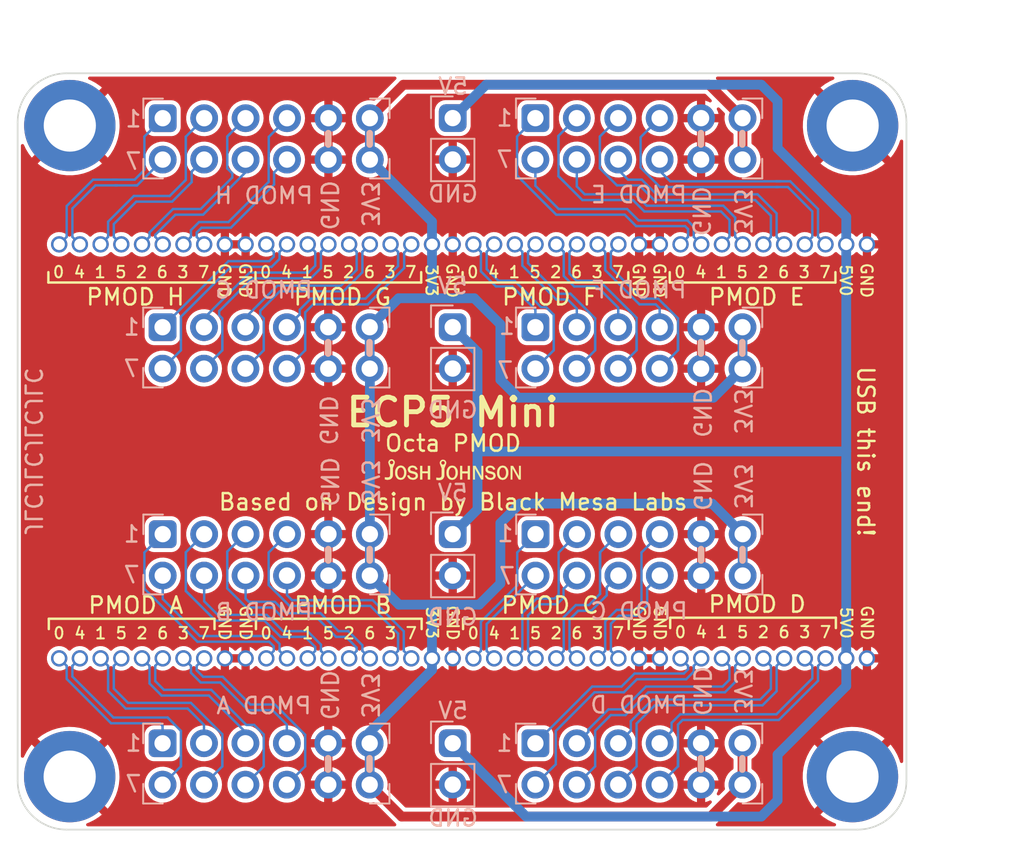
<source format=kicad_pcb>
(kicad_pcb (version 20201220) (generator pcbnew)
  (title_block (title "Quad PMOD") (date "2020-09-20") (rev "0.1") (company "Josh Johnson"))
  (layers (0 "F.Cu" signal) (31 "B.Cu" signal) (34 "B.Paste" user) (35 "F.Paste" user) (36 "B.SilkS" user "B.Silkscreen") (37 "F.SilkS" user "F.Silkscreen") (38 "B.Mask" user) (39 "F.Mask" user) (44 "Edge.Cuts" user))
  (net 0 "")
  (net 1 "/PB04+")
  (net 2 "/PB15+")
  (net 3 "/PB26+")
  (net 4 "/PB37+")
  (net 5 "/PB04-")
  (net 6 "/PB15-")
  (net 7 "/PB26-")
  (net 8 "/PB37-")
  (net 9 "/PC04+")
  (net 10 "/PC15+")
  (net 11 "/PC26+")
  (net 12 "/PC37+")
  (net 13 "/PC04-")
  (net 14 "/PC15-")
  (net 15 "/PC26-")
  (net 16 "/PC37-")
  (net 17 "/PA04+")
  (net 18 "/PA04-")
  (net 19 "/PA15+")
  (net 20 "/PA15-")
  (net 21 "/PA26+")
  (net 22 "/PA26-")
  (net 23 "/PA37+")
  (net 24 "/PA37-")
  (net 25 "/PD04+")
  (net 26 "/PD04-")
  (net 27 "/PD15+")
  (net 28 "/PD15-")
  (net 29 "/PD26+")
  (net 30 "/PD26-")
  (net 31 "/PD37+")
  (net 32 "/PD37-")
  (net 33 "/PH04+")
  (net 34 "/PH04-")
  (net 35 "/PH15+")
  (net 36 "/PH15-")
  (net 37 "/PH26+")
  (net 38 "/PH26-")
  (net 39 "/PH37+")
  (net 40 "/PH37-")
  (net 41 "/PG04+")
  (net 42 "GND")
  (net 43 "+5V")
  (net 44 "/PG04-")
  (net 45 "/PG15+")
  (net 46 "/PG15-")
  (net 47 "/PG26+")
  (net 48 "+3V3")
  (net 49 "/PG26-")
  (net 50 "/PG37+")
  (net 51 "/PG37-")
  (net 52 "/PF04+")
  (net 53 "/PF04-")
  (net 54 "/PF15+")
  (net 55 "/PF15-")
  (net 56 "/PF26+")
  (net 57 "/PF26-")
  (net 58 "/PF37+")
  (net 59 "/PF37-")
  (net 60 "/PE04+")
  (net 61 "/PE04-")
  (net 62 "/PE15+")
  (net 63 "/PE15-")
  (net 64 "/PE26+")
  (net 65 "/PE26-")
  (net 66 "/PE37+")
  (net 67 "/PE37-")
  (footprint "josh-connectors:ECP5-Mini-Edge-40x1.27" (layer "F.Cu") (at 117.348 80.264 90)
    (fp_text reference "J4" hide)
    (fp_text value "S7 Mini")
  )
  (footprint "MountingHole:MountingHole_3.2mm_M3_DIN965_Pad" (layer "F.Cu") (at 165.992 111.651)
    (fp_text reference "M3" hide)
    (fp_text value "M3")
  )
  (footprint "MountingHole:MountingHole_3.2mm_M3_DIN965_Pad" (layer "F.Cu") (at 117.992 111.651)
    (fp_text reference "M2" hide)
    (fp_text value "M3")
  )
  (footprint "MountingHole:MountingHole_3.2mm_M3_DIN965_Pad" (layer "F.Cu") (at 118 71.705183)
    (fp_text reference "M1" hide)
    (fp_text value "M3")
  )
  (footprint "josh-logos:josh-johnson-logo-8_6x1_5" (layer "F.Cu") (at 141.5 92.8)
    (fp_text reference "LOGO1" hide)
    (fp_text value "Josh-Logo" hide)
  )
  (footprint "MountingHole:MountingHole_3.2mm_M3_DIN965_Pad" (layer "F.Cu") (at 166 71.705183)
    (fp_text reference "M4" hide)
    (fp_text value "M3")
  )
  (footprint "josh-connectors:PMOD_HOST" (layer "B.Cu") (at 146.558 71.247 -90)
    (fp_text reference "J8" hide)
    (fp_text value "PMOD")
  )
  (footprint "Connector_PinSocket_2.54mm:PinSocket_1x02_P2.54mm_Vertical" (layer "B.Cu") (at 141.478 84.074 180)
    (fp_text reference "J6" hide)
    (fp_text value "PWR")
  )
  (footprint "josh-connectors:PMOD_HOST" (layer "B.Cu") (at 123.698 84.074 -90)
    (fp_text reference "J7" hide)
    (fp_text value "PMOD")
  )
  (footprint "josh-connectors:PMOD_HOST" (layer "B.Cu") (at 146.558 84.074 -90)
    (fp_text reference "J15" hide)
    (fp_text value "PMOD")
  )
  (footprint "josh-connectors:ECP5-Mini-Edge-40x1.27" (layer "B.Cu") (at 117.348 103.124 -90)
    (fp_text reference "J3" hide)
    (fp_text value "S7 Mini")
  )
  (footprint "Connector_PinSocket_2.54mm:PinSocket_1x02_P2.54mm_Vertical" (layer "B.Cu") (at 141.478 109.601 180)
    (fp_text reference "J12" hide)
    (fp_text value "PWR")
  )
  (footprint "josh-connectors:PMOD_HOST" (layer "B.Cu") (at 146.558 109.601 -90)
    (fp_text reference "J2" hide)
    (fp_text value "PMOD")
  )
  (footprint "josh-connectors:PMOD_HOST" (layer "B.Cu") (at 146.56844 96.7708 -90)
    (fp_text reference "J9" hide)
    (fp_text value "PMOD")
  )
  (footprint "Connector_PinSocket_2.54mm:PinSocket_1x02_P2.54mm_Vertical" (layer "B.Cu") (at 141.478 96.774 180)
    (fp_text reference "J5" hide)
    (fp_text value "PWR")
  )
  (footprint "Connector_PinSocket_2.54mm:PinSocket_1x02_P2.54mm_Vertical" (layer "B.Cu") (at 141.478 71.247 180)
    (fp_text reference "J14" hide)
    (fp_text value "PWR")
  )
  (footprint "josh-connectors:PMOD_HOST" (layer "B.Cu") (at 123.70844 71.2502 -90)
    (fp_text reference "J16" hide)
    (fp_text value "PMOD")
  )
  (footprint "josh-connectors:PMOD_HOST" (layer "B.Cu") (at 123.70844 96.7708 -90)
    (fp_text reference "J1" hide)
    (fp_text value "PMOD")
  )
  (footprint "josh-connectors:PMOD_HOST" (layer "B.Cu") (at 123.698 109.601 -90)
    (fp_text reference "J10" hide)
    (fp_text value "PMOD")
  )
  (gr_line (start 139.573 102.5985) (end 139.573 101.9635) (layer "F.SilkS") (width 0.15))
  (gr_line (start 152.273 101.9635) (end 142.113 101.9635) (layer "F.SilkS") (width 0.15))
  (gr_line (start 126.873 101.9635) (end 116.713 101.9635) (layer "F.SilkS") (width 0.15))
  (gr_line (start 154.785 80.7) (end 154.785 81.335) (layer "F.SilkS") (width 0.15))
  (gr_line (start 129.413 101.9635) (end 129.413 102.5985) (layer "F.SilkS") (width 0.15))
  (gr_line (start 164.973 102.535) (end 164.973 101.9) (layer "F.SilkS") (width 0.15))
  (gr_line (start 139.545 81.335) (end 139.545 80.7) (layer "F.SilkS") (width 0.15))
  (gr_line (start 116.685 81.335) (end 126.845 81.335) (layer "F.SilkS") (width 0.15))
  (gr_line (start 152.245 81.335) (end 152.245 80.7) (layer "F.SilkS") (width 0.15))
  (gr_line (start 142.085 80.7) (end 142.085 81.335) (layer "F.SilkS") (width 0.15))
  (gr_line (start 142.085 81.335) (end 152.245 81.335) (layer "F.SilkS") (width 0.15))
  (gr_line (start 129.385 80.7) (end 129.385 81.335) (layer "F.SilkS") (width 0.15))
  (gr_line (start 116.713 101.9635) (end 116.713 102.5985) (layer "F.SilkS") (width 0.15))
  (gr_line (start 164.973 101.9) (end 154.813 101.9) (layer "F.SilkS") (width 0.15))
  (gr_line (start 126.873 102.5985) (end 126.873 101.9635) (layer "F.SilkS") (width 0.15))
  (gr_line (start 139.573 101.9635) (end 129.413 101.9635) (layer "F.SilkS") (width 0.15))
  (gr_line (start 164.945 81.335) (end 164.945 80.7) (layer "F.SilkS") (width 0.15))
  (gr_line (start 154.813 101.9) (end 154.813 102.535) (layer "F.SilkS") (width 0.15))
  (gr_line (start 116.685 80.7) (end 116.685 81.335) (layer "F.SilkS") (width 0.15))
  (gr_line (start 154.785 81.335) (end 164.945 81.335) (layer "F.SilkS") (width 0.15))
  (gr_line (start 142.113 101.9635) (end 142.113 102.5985) (layer "F.SilkS") (width 0.15))
  (gr_line (start 152.273 102.5985) (end 152.273 101.9635) (layer "F.SilkS") (width 0.15))
  (gr_line (start 129.385 81.335) (end 139.545 81.335) (layer "F.SilkS") (width 0.15))
  (gr_line (start 126.845 81.335) (end 126.845 80.7) (layer "F.SilkS") (width 0.15))
  (gr_arc (start 166.3 111.9) (end 166.3 114.9) (angle -90) (layer "Edge.Cuts") (width 0.1))
  (gr_arc (start 117.8 111.9) (end 114.8 111.9) (angle -90) (layer "Edge.Cuts") (width 0.1))
  (gr_line (start 114.8 111.9) (end 114.8 71.5) (layer "Edge.Cuts") (width 0.1))
  (gr_arc (start 117.8 71.5) (end 117.8 68.5) (angle -90) (layer "Edge.Cuts") (width 0.1))
  (gr_arc (start 166.3 71.5) (end 169.3 71.5) (angle -90) (layer "Edge.Cuts") (width 0.1))
  (gr_line (start 117.8 68.5) (end 166.3 68.5) (layer "Edge.Cuts") (width 0.1))
  (gr_line (start 166.3 114.9) (end 117.8 114.9) (layer "Edge.Cuts") (width 0.1))
  (gr_line (start 169.3 71.5) (end 169.3 111.9) (layer "Edge.Cuts") (width 0.1))
  (gr_text "5V" (at 141.5 107.6) (layer "B.SilkS") (effects (font (size 1 1)) (justify mirror)))
  (gr_text "5V" (at 141.478 94.234) (layer "B.SilkS") (effects (font (size 1 1)) (justify mirror)))
  (gr_text "GND" (at 141.5 75.9) (layer "B.SilkS") (effects (font (size 1 1)) (justify mirror)))
  (gr_text "PMOD H" (at 129.9 76) (layer "B.SilkS") (effects (font (size 1 1)) (justify mirror)))
  (gr_text "PMOD D" (at 152.9 107.2525) (layer "B.SilkS") (effects (font (size 1 1)) (justify mirror)))
  (gr_text "PMOD G" (at 129.899999 81.8) (layer "B.SilkS") (effects (font (size 1 1)) (justify mirror)))
  (gr_text "GND" (at 141.478 101.854) (layer "B.SilkS") (effects (font (size 1 1)) (justify mirror)))
  (gr_text "PMOD B" (at 129.899999 101.5475) (layer "B.SilkS") (effects (font (size 1 1)) (justify mirror)))
  (gr_text "JLCJLCJLCJLC" (at 115.7475 91.7 270) (layer "B.SilkS") (effects (font (size 1 1)) (justify mirror)))
  (gr_text "PMOD A" (at 129.899999 107.3) (layer "B.SilkS") (effects (font (size 1 1)) (justify mirror)))
  (gr_text "PMOD C" (at 152.9 101.5) (layer "B.SilkS") (effects (font (size 1 1)) (justify mirror)))
  (gr_text "PMOD F" (at 152.9 81.788) (layer "B.SilkS") (effects (font (size 1 1)) (justify mirror)))
  (gr_text "GND" (at 141.478 89.154) (layer "B.SilkS") (effects (font (size 1 1)) (justify mirror)))
  (gr_text "GND" (at 141.5 114.2) (layer "B.SilkS") (effects (font (size 1 1)) (justify mirror)))
  (gr_text "5V" (at 141.5 69.3) (layer "B.SilkS") (effects (font (size 1 1)) (justify mirror)))
  (gr_text "PMOD E" (at 152.900001 75.9525) (layer "B.SilkS") (effects (font (size 1 1)) (justify mirror)))
  (gr_text "5V" (at 141.478 81.534) (layer "B.SilkS") (effects (font (size 1 1)) (justify mirror)))
  (gr_text "5" (at 146.53 80.7) (layer "F.SilkS") (effects (font (size 0.7 0.7) (thickness 0.12))))
  (gr_text "7" (at 151.638 102.8525) (layer "F.SilkS") (effects (font (size 0.7 0.7) (thickness 0.12))))
  (gr_text "PMOD A" (at 122.047 101.138) (layer "F.SilkS") (effects (font (size 1 1))))
  (gr_text "ECP5 Mini" (at 141.478 89.3) (layer "F.SilkS") (effects (font (size 1.7 1.7) (thickness 0.3))))
  (gr_text "GND" (at 166.878 102.2175 270) (layer "F.SilkS") (effects (font (size 0.7 0.7) (thickness 0.12))))
  (gr_text "7" (at 138.91 80.7) (layer "F.SilkS") (effects (font (size 0.7 0.7) (thickness 0.12))))
  (gr_text "3V3" (at 140.208 102.2175 270) (layer "F.SilkS") (effects (font (size 0.7 0.7) (thickness 0.12))))
  (gr_text "PMOD B" (at 134.747 101.138) (layer "F.SilkS") (effects (font (size 1 1))))
  (gr_text "GND" (at 152.88 81.208 270) (layer "F.SilkS") (effects (font (size 0.7 0.7) (thickness 0.12))))
  (gr_text "5" (at 159.258 102.789) (layer "F.SilkS") (effects (font (size 0.7 0.7) (thickness 0.12))))
  (gr_text "2" (at 147.828 102.8525) (layer "F.SilkS") (effects (font (size 0.7 0.7) (thickness 0.12))))
  (gr_text "1" (at 132.56 80.7) (layer "F.SilkS") (effects (font (size 0.7 0.7) (thickness 0.12))))
  (gr_text "4" (at 156.69 80.7) (layer "F.SilkS") (effects (font (size 0.7 0.7) (thickness 0.12))))
  (gr_text "USB this end!" (at 166.8 91.7 270) (layer "F.SilkS") (effects (font (size 1 1))))
  (gr_text "4" (at 131.318 102.8525) (layer "F.SilkS") (effects (font (size 0.7 0.7) (thickness 0.12))))
  (gr_text "3" (at 137.668 102.8525) (layer "F.SilkS") (effects (font (size 0.7 0.7) (thickness 0.12))))
  (gr_text "PMOD H" (at 122.019 82.224) (layer "F.SilkS") (effects (font (size 1 1))))
  (gr_text "3" (at 124.94 80.7) (layer "F.SilkS") (effects (font (size 0.7 0.7) (thickness 0.12))))
  (gr_text "0" (at 117.31 80.7) (layer "F.SilkS") (effects (font (size 0.7 0.7) (thickness 0.12))))
  (gr_text "GND" (at 127.488 102.2175 270) (layer "F.SilkS") (effects (font (size 0.7 0.7) (thickness 0.12))))
  (gr_text "2" (at 160.5 80.7) (layer "F.SilkS") (effects (font (size 0.7 0.7) (thickness 0.12))))
  (gr_text "1" (at 119.86 80.7) (layer "F.SilkS") (effects (font (size 0.7 0.7) (thickness 0.12))))
  (gr_text "PMOD C" (at 147.447 101.138) (layer "F.SilkS") (effects (font (size 1 1))))
  (gr_text "0" (at 130.01 80.7) (layer "F.SilkS") (effects (font (size 0.7 0.7) (thickness 0.12))))
  (gr_text "GND" (at 128.75 81.208 270) (layer "F.SilkS") (effects (font (size 0.7 0.7) (thickness 0.12))))
  (gr_text "0" (at 155.438 102.789) (layer "F.SilkS") (effects (font (size 0.7 0.7) (thickness 0.12))))
  (gr_text "GND" (at 166.85 81.208 270) (layer "F.SilkS") (effects (font (size 0.7 0.7) (thickness 0.12))))
  (gr_text "2" (at 135.1 80.7) (layer "F.SilkS") (effects (font (size 0.7 0.7) (thickness 0.12))))
  (gr_text "4" (at 156.718 102.789) (layer "F.SilkS") (effects (font (size 0.7 0.7) (thickness 0.12))))
  (gr_text "5" (at 133.83 80.7) (layer "F.SilkS") (effects (font (size 0.7 0.7) (thickness 0.12))))
  (gr_text "4" (at 118.618 102.8525) (layer "F.SilkS") (effects (font (size 0.7 0.7) (thickness 0.12))))
  (gr_text "5" (at 121.13 80.7) (layer "F.SilkS") (effects (font (size 0.7 0.7) (thickness 0.12))))
  (gr_text "2" (at 135.128 102.8525) (layer "F.SilkS") (effects (font (size 0.7 0.7) (thickness 0.12))))
  (gr_text "3" (at 150.34 80.7) (layer "F.SilkS") (effects (font (size 0.7 0.7) (thickness 0.12))))
  (gr_text "4" (at 118.59 80.7) (layer "F.SilkS") (effects (font (size 0.7 0.7) (thickness 0.12))))
  (gr_text "0" (at 142.738 102.8525) (layer "F.SilkS") (effects (font (size 0.7 0.7) (thickness 0.12))))
  (gr_text "7" (at 138.938 102.8525) (layer "F.SilkS") (effects (font (size 0.7 0.7) (thickness 0.12))))
  (gr_text "1" (at 132.588 102.8525) (layer "F.SilkS") (effects (font (size 0.7 0.7) (thickness 0.12))))
  (gr_text "5" (at 159.23 80.7) (layer "F.SilkS") (effects (font (size 0.7 0.7) (thickness 0.12))))
  (gr_text "6" (at 136.37 80.7) (layer "F.SilkS") (effects (font (size 0.7 0.7) (thickness 0.12))))
  (gr_text "5" (at 146.558 102.8525) (layer "F.SilkS") (effects (font (size 0.7 0.7) (thickness 0.12))))
  (gr_text "GND" (at 141.45 81.208 270) (layer "F.SilkS") (effects (font (size 0.7 0.7) (thickness 0.12))))
  (gr_text "3" (at 124.968 102.8525) (layer "F.SilkS") (effects (font (size 0.7 0.7) (thickness 0.12))))
  (gr_text "1" (at 157.988 102.789) (layer "F.SilkS") (effects (font (size 0.7 0.7) (thickness 0.12))))
  (gr_text "4" (at 144.018 102.8525) (layer "F.SilkS") (effects (font (size 0.7 0.7) (thickness 0.12))))
  (gr_text "1" (at 157.96 80.7) (layer "F.SilkS") (effects (font (size 0.7 0.7) (thickness 0.12))))
  (gr_text "5V0" (at 165.608 102.2175 270) (layer "F.SilkS") (effects (font (size 0.7 0.7) (thickness 0.12))))
  (gr_text "GND" (at 127.48 81.208 270) (layer "F.SilkS") (effects (font (size 0.7 0.7) (thickness 0.12))))
  (gr_text "PMOD E" (at 160.119 82.224) (layer "F.SilkS") (effects (font (size 1 1))))
  (gr_text "5" (at 133.858 102.8525) (layer "F.SilkS") (effects (font (size 0.7 0.7) (thickness 0.12))))
  (gr_text "6" (at 161.798 102.789) (layer "F.SilkS") (effects (font (size 0.7 0.7) (thickness 0.12))))
  (gr_text "7" (at 151.61 80.7) (layer "F.SilkS") (effects (font (size 0.7 0.7) (thickness 0.12))))
  (gr_text "7" (at 164.31 80.7) (layer "F.SilkS") (effects (font (size 0.7 0.7) (thickness 0.12))))
  (gr_text "4" (at 131.29 80.7) (layer "F.SilkS") (effects (font (size 0.7 0.7) (thickness 0.12))))
  (gr_text "1" (at 119.888 102.8525) (layer "F.SilkS") (effects (font (size 0.7 0.7) (thickness 0.12))))
  (gr_text "6" (at 123.698 102.8525) (layer "F.SilkS") (effects (font (size 0.7 0.7) (thickness 0.12))))
  (gr_text "6" (at 161.77 80.7) (layer "F.SilkS") (effects (font (size 0.7 0.7) (thickness 0.12))))
  (gr_text "3V3" (at 140.18 81.208 270) (layer "F.SilkS") (effects (font (size 0.7 0.7) (thickness 0.12))))
  (gr_text "GND" (at 141.478 102.2175 270) (layer "F.SilkS") (effects (font (size 0.7 0.7) (thickness 0.12))))
  (gr_text "3" (at 163.068 102.789) (layer "F.SilkS") (effects (font (size 0.7 0.7) (thickness 0.12))))
  (gr_text "0" (at 142.71 80.7) (layer "F.SilkS") (effects (font (size 0.7 0.7) (thickness 0.12))))
  (gr_text "6" (at 123.67 80.7) (layer "F.SilkS") (effects (font (size 0.7 0.7) (thickness 0.12))))
  (gr_text "7" (at 126.21 80.7) (layer "F.SilkS") (effects (font (size 0.7 0.7) (thickness 0.12))))
  (gr_text "1" (at 145.288 102.8525) (layer "F.SilkS") (effects (font (size 0.7 0.7) (thickness 0.12))))
  (gr_text "6" (at 149.098 102.8525) (layer "F.SilkS") (effects (font (size 0.7 0.7) (thickness 0.12))))
  (gr_text "Octa PMOD" (at 141.5 91.2) (layer "F.SilkS") (effects (font (size 1 1))))
  (gr_text "PMOD G" (at 134.719 82.224) (layer "F.SilkS") (effects (font (size 1 1))))
  (gr_text "3" (at 137.64 80.7) (layer "F.SilkS") (effects (font (size 0.7 0.7) (thickness 0.12))))
  (gr_text "0" (at 155.41 80.7) (layer "F.SilkS") (effects (font (size 0.7 0.7) (thickness 0.12))))
  (gr_text "7" (at 126.238 102.8525) (layer "F.SilkS") (effects (font (size 0.7 0.7) (thickness 0.12))))
  (gr_text "7" (at 164.338 102.789) (layer "F.SilkS") (effects (font (size 0.7 0.7) (thickness 0.12))))
  (gr_text "0" (at 117.338 102.8525) (layer "F.SilkS") (effects (font (size 0.7 0.7) (thickness 0.12))))
  (gr_text "1" (at 145.26 80.7) (layer "F.SilkS") (effects (font (size 0.7 0.7) (thickness 0.12))))
  (gr_text "0" (at 130.038 102.8525) (layer "F.SilkS") (effects (font (size 0.7 0.7) (thickness 0.12))))
  (gr_text "2" (at 147.8 80.7) (layer "F.SilkS") (effects (font (size 0.7 0.7) (thickness 0.12))))
  (gr_text "5" (at 121.158 102.8525) (layer "F.SilkS") (effects (font (size 0.7 0.7) (thickness 0.12))))
  (gr_text "2" (at 122.428 102.8525) (layer "F.SilkS") (effects (font (size 0.7 0.7) (thickness 0.12))))
  (gr_text "4" (at 143.99 80.7) (layer "F.SilkS") (effects (font (size 0.7 0.7) (thickness 0.12))))
  (gr_text "GND" (at 154.178 102.2175 270) (layer "F.SilkS") (effects (font (size 0.7 0.7) (thickness 0.12))))
  (gr_text "2" (at 122.4 80.7) (layer "F.SilkS") (effects (font (size 0.7 0.7) (thickness 0.12))))
  (gr_text "GND" (at 128.778 102.2175 270) (layer "F.SilkS") (effects (font (size 0.7 0.7) (thickness 0.12))))
  (gr_text "3" (at 163.04 80.7) (layer "F.SilkS") (effects (font (size 0.7 0.7) (thickness 0.12))))
  (gr_text "3" (at 150.368 102.8525) (layer "F.SilkS") (effects (font (size 0.7 0.7) (thickness 0.12))))
  (gr_text "PMOD F" (at 147.419 82.224) (layer "F.SilkS") (effects (font (size 1 1))))
  (gr_text "5V0" (at 165.58 81.208 270) (layer "F.SilkS") (effects (font (size 0.7 0.7) (thickness 0.12))))
  (gr_text "2" (at 160.528 102.789) (layer "F.SilkS") (effects (font (size 0.7 0.7) (thickness 0.12))))
  (gr_text "6" (at 149.07 80.7) (layer "F.SilkS") (effects (font (size 0.7 0.7) (thickness 0.12))))
  (gr_text "GND" (at 154.15 81.208 270) (layer "F.SilkS") (effects (font (size 0.7 0.7) (thickness 0.12))))
  (gr_text "Based on Design by Black Mesa Labs" (at 141.5 94.8) (layer "F.SilkS") (effects (font (size 1 1))))
  (gr_text "6" (at 136.398 102.8525) (layer "F.SilkS") (effects (font (size 0.7 0.7) (thickness 0.12))))
  (gr_text "GND" (at 152.908 102.2175 270) (layer "F.SilkS") (effects (font (size 0.7 0.7) (thickness 0.12))))
  (gr_text "PMOD D" (at 160.147 101.0745) (layer "F.SilkS") (effects (font (size 1 1))))
  (segment (start 122.572999 97.899001) (end 122.572999 100.120487) (width 0.15) (layer "B.Cu") (net 1))
  (segment (start 130.508 103.934) (end 130.048 104.394) (width 0.15) (layer "B.Cu") (net 1))
  (segment (start 122.572999 100.120487) (end 125.227512 102.775) (width 0.15) (layer "B.Cu") (net 1))
  (segment (start 123.698 96.774) (end 122.572999 97.899001) (width 0.15) (layer "B.Cu") (net 1))
  (segment (start 130.227512 103.375) (end 125.827512 103.375) (width 0.15) (layer "B.Cu") (net 1))
  (segment (start 125.827512 103.375) (end 124.976256 102.523744) (width 0.15) (layer "B.Cu") (net 1))
  (segment (start 130.508 103.655488) (end 130.508 103.934) (width 0.15) (layer "B.Cu") (net 1))
  (segment (start 130.508 103.655488) (end 130.227512 103.375) (width 0.15) (layer "B.Cu") (net 1))
  (segment (start 130.927512 103.075) (end 130.476256 102.623744) (width 0.15) (layer "B.Cu") (net 2))
  (segment (start 133.048 103.695488) (end 132.427512 103.075) (width 0.15) (layer "B.Cu") (net 2))
  (segment (start 125.112999 100.260487) (end 125.455755 100.603243) (width 0.15) (layer "B.Cu") (net 2))
  (segment (start 125.112999 97.887001) (end 125.112999 100.260487) (width 0.15) (layer "B.Cu") (net 2))
  (segment (start 133.048 103.934) (end 133.048 103.695488) (width 0.15) (layer "B.Cu") (net 2))
  (segment (start 126.238 96.774) (end 126.226 96.774) (width 0.15) (layer "B.Cu") (net 2))
  (segment (start 126.226 96.774) (end 125.112999 97.887001) (width 0.15) (layer "B.Cu") (net 2))
  (segment (start 129.927512 102.075) (end 130.527512 102.675) (width 0.15) (layer "B.Cu") (net 2))
  (segment (start 133.048 103.934) (end 132.588 104.394) (width 0.15) (layer "B.Cu") (net 2))
  (segment (start 132.427512 103.075) (end 130.927512 103.075) (width 0.15) (layer "B.Cu") (net 2))
  (segment (start 125.112999 100.260487) (end 126.927512 102.075) (width 0.15) (layer "B.Cu") (net 2))
  (segment (start 126.927512 102.075) (end 129.927512 102.075) (width 0.15) (layer "B.Cu") (net 2))
  (segment (start 125.112999 97.887001) (end 125.112999 98.773999) (width 0.15) (layer "B.Cu") (net 2))
  (segment (start 128.778 96.774) (end 128.726 96.774) (width 0.15) (layer "B.Cu") (net 3))
  (segment (start 127.652999 97.847001) (end 127.652999 100.100487) (width 0.15) (layer "B.Cu") (net 3))
  (segment (start 133.227512 101.975) (end 134.327512 103.075) (width 0.15) (layer "B.Cu") (net 3))
  (segment (start 131.127512 101.975) (end 133.227512 101.975) (width 0.15) (layer "B.Cu") (net 3))
  (segment (start 134.927512 103.075) (end 135.588 103.735488) (width 0.15) (layer "B.Cu") (net 3))
  (segment (start 134.327512 103.075) (end 134.927512 103.075) (width 0.15) (layer "B.Cu") (net 3))
  (segment (start 128.726 96.774) (end 127.652999 97.847001) (width 0.15) (layer "B.Cu") (net 3))
  (segment (start 127.652999 100.100487) (end 128.827512 101.275) (width 0.15) (layer "B.Cu") (net 3))
  (segment (start 135.588 103.934) (end 135.128 104.394) (width 0.15) (layer "B.Cu") (net 3))
  (segment (start 135.588 103.735488) (end 135.588 103.934) (width 0.15) (layer "B.Cu") (net 3))
  (segment (start 128.827512 101.275) (end 130.427512 101.275) (width 0.15) (layer "B.Cu") (net 3))
  (segment (start 130.427512 101.275) (end 131.127512 101.975) (width 0.15) (layer "B.Cu") (net 3))
  (segment (start 127.652999 97.847001) (end 127.652999 98.773999) (width 0.15) (layer "B.Cu") (net 3))
  (segment (start 138.128 103.934) (end 137.668 104.394) (width 0.15) (layer "B.Cu") (net 4))
  (segment (start 131.475 101.175) (end 136.427512 101.175) (width 0.15) (layer "B.Cu") (net 4))
  (segment (start 136.427512 101.175) (end 138.128 102.875488) (width 0.15) (layer "B.Cu") (net 4))
  (segment (start 131.475 101.175) (end 131.425 101.125) (width 0.15) (layer "B.Cu") (net 4))
  (segment (start 130.192999 97.899001) (end 131.318 96.774) (width 0.15) (layer "B.Cu") (net 4))
  (segment (start 138.128 102.875488) (end 138.128 103.934) (width 0.15) (layer "B.Cu") (net 4))
  (segment (start 131.475 101.175) (end 130.192999 99.892999) (width 0.15) (layer "B.Cu") (net 4))
  (segment (start 130.192999 99.892999) (end 130.192999 97.899001) (width 0.15) (layer "B.Cu") (net 4))
  (segment (start 130.192999 99.892999) (end 130.192999 99.692999) (width 0.15) (layer "B.Cu") (net 4))
  (segment (start 130.858 103.510512) (end 130.372488 103.025) (width 0.15) (layer "B.Cu") (net 5))
  (segment (start 130.858 103.934) (end 131.318 104.394) (width 0.15) (layer "B.Cu") (net 5))
  (segment (start 125.972488 103.025) (end 125.223744 102.276256) (width 0.15) (layer "B.Cu") (net 5))
  (segment (start 123.698 99.314) (end 123.698 100.750512) (width 0.15) (layer "B.Cu") (net 5))
  (segment (start 123.698 100.750512) (end 125.372488 102.425) (width 0.15) (layer "B.Cu") (net 5))
  (segment (start 130.372488 103.025) (end 125.972488 103.025) (width 0.15) (layer "B.Cu") (net 5))
  (segment (start 130.858 103.510512) (end 130.858 103.934) (width 0.15) (layer "B.Cu") (net 5))
  (segment (start 130.072488 101.725) (end 127.072488 101.725) (width 0.15) (layer "B.Cu") (net 6))
  (segment (start 132.572488 102.725) (end 131.072488 102.725) (width 0.15) (layer "B.Cu") (net 6))
  (segment (start 133.398 103.934) (end 133.398 103.550512) (width 0.15) (layer "B.Cu") (net 6))
  (segment (start 130.723744 102.376256) (end 130.672488 102.325) (width 0.15) (layer "B.Cu") (net 6))
  (segment (start 133.398 103.550512) (end 132.572488 102.725) (width 0.15) (layer "B.Cu") (net 6))
  (segment (start 126.238 100.890512) (end 126.238 99.314) (width 0.15) (layer "B.Cu") (net 6))
  (segment (start 133.858 104.394) (end 133.398 103.934) (width 0.15) (layer "B.Cu") (net 6))
  (segment (start 127.072488 101.725) (end 126.238 100.890512) (width 0.15) (layer "B.Cu") (net 6))
  (segment (start 131.072488 102.725) (end 130.072488 101.725) (width 0.15) (layer "B.Cu") (net 6))
  (segment (start 130.572488 100.925) (end 131.272488 101.625) (width 0.15) (layer "B.Cu") (net 7))
  (segment (start 131.272488 101.625) (end 133.372488 101.625) (width 0.15) (layer "B.Cu") (net 7))
  (segment (start 128.972488 100.925) (end 130.572488 100.925) (width 0.15) (layer "B.Cu") (net 7))
  (segment (start 128.778 99.314) (end 128.778 100.730512) (width 0.15) (layer "B.Cu") (net 7))
  (segment (start 135.072488 102.725) (end 135.938 103.590512) (width 0.15) (layer "B.Cu") (net 7))
  (segment (start 135.938 103.590512) (end 135.938 103.934) (width 0.15) (layer "B.Cu") (net 7))
  (segment (start 128.778 100.730512) (end 128.972488 100.925) (width 0.15) (layer "B.Cu") (net 7))
  (segment (start 133.372488 101.625) (end 134.472488 102.725) (width 0.15) (layer "B.Cu") (net 7))
  (segment (start 135.938 103.934) (end 136.398 104.394) (width 0.15) (layer "B.Cu") (net 7))
  (segment (start 134.472488 102.725) (end 135.072488 102.725) (width 0.15) (layer "B.Cu") (net 7))
  (segment (start 136.572488 100.825) (end 138.478 102.730512) (width 0.15) (layer "B.Cu") (net 8))
  (segment (start 138.478 103.934) (end 138.938 104.394) (width 0.15) (layer "B.Cu") (net 8))
  (segment (start 131.318 99.314) (end 131.318 100.518) (width 0.15) (layer "B.Cu") (net 8))
  (segment (start 138.478 102.730512) (end 138.478 103.934) (width 0.15) (layer "B.Cu") (net 8))
  (segment (start 131.318 100.518) (end 131.625 100.825) (width 0.15) (layer "B.Cu") (net 8))
  (segment (start 131.625 100.825) (end 136.572488 100.825) (width 0.15) (layer "B.Cu") (net 8))
  (segment (start 146.558 96.774) (end 145.432999 97.899001) (width 0.15) (layer "B.Cu") (net 9))
  (segment (start 145.432999 99.919513) (end 143.208 102.144512) (width 0.15) (layer "B.Cu") (net 9))
  (segment (start 145.432999 97.899001) (end 145.432999 99.919513) (width 0.15) (layer "B.Cu") (net 9))
  (segment (start 143.208 102.144512) (end 143.208 103.934) (width 0.15) (layer "B.Cu") (net 9))
  (segment (start 143.208 103.934) (end 142.748 104.394) (width 0.15) (layer "B.Cu") (net 9))
  (segment (start 146.627512 100.725) (end 145.748 101.604512) (width 0.15) (layer "B.Cu") (net 10))
  (segment (start 145.748 103.934) (end 145.288 104.394) (width 0.15) (layer "B.Cu") (net 10))
  (segment (start 149.098 96.774) (end 147.972999 97.899001) (width 0.15) (layer "B.Cu") (net 10))
  (segment (start 147.727512 100.725) (end 146.627512 100.725) (width 0.15) (layer "B.Cu") (net 10))
  (segment (start 147.972999 100.479513) (end 147.727512 100.725) (width 0.15) (layer "B.Cu") (net 10))
  (segment (start 145.748 101.604512) (end 145.748 103.934) (width 0.15) (layer "B.Cu") (net 10))
  (segment (start 147.972999 97.899001) (end 147.972999 100.479513) (width 0.15) (layer "B.Cu") (net 10))
  (segment (start 151.638 96.774) (end 151.626 96.774) (width 0.15) (layer "B.Cu") (net 11))
  (segment (start 150.512999 100.439513) (end 150.476256 100.476256) (width 0.15) (layer "B.Cu") (net 11))
  (segment (start 148.288 103.934) (end 147.828 104.394) (width 0.15) (layer "B.Cu") (net 11))
  (segment (start 150.512999 97.887001) (end 150.512999 98.887001) (width 0.15) (layer "B.Cu") (net 11))
  (segment (start 151.626 96.774) (end 150.512999 97.887001) (width 0.15) (layer "B.Cu") (net 11))
  (segment (start 149.027512 101.125) (end 148.288 101.864512) (width 0.15) (layer "B.Cu") (net 11))
  (segment (start 149.827512 101.125) (end 149.027512 101.125) (width 0.15) (layer "B.Cu") (net 11))
  (segment (start 148.288 101.864512) (end 148.288 103.934) (width 0.15) (layer "B.Cu") (net 11))
  (segment (start 150.512999 100.439513) (end 149.827512 101.125) (width 0.15) (layer "B.Cu") (net 11))
  (segment (start 150.512999 97.887001) (end 150.512999 100.439513) (width 0.15) (layer "B.Cu") (net 11))
  (segment (start 153.052999 97.899001) (end 153.052999 100.999513) (width 0.15) (layer "B.Cu") (net 12))
  (segment (start 153.052999 100.999513) (end 152.627512 101.425) (width 0.15) (layer "B.Cu") (net 12))
  (segment (start 154.178 96.774) (end 153.052999 97.899001) (width 0.15) (layer "B.Cu") (net 12))
  (segment (start 150.828 103.934) (end 150.368 104.394) (width 0.15) (layer "B.Cu") (net 12))
  (segment (start 150.828 102.124512) (end 150.828 103.934) (width 0.15) (layer "B.Cu") (net 12))
  (segment (start 151.527512 101.425) (end 150.828 102.124512) (width 0.15) (layer "B.Cu") (net 12))
  (segment (start 152.627512 101.425) (end 152.527512 101.425) (width 0.15) (layer "B.Cu") (net 12))
  (segment (start 152.627512 101.425) (end 151.527512 101.425) (width 0.15) (layer "B.Cu") (net 12))
  (segment (start 143.558 102.289488) (end 143.558 103.934) (width 0.15) (layer "B.Cu") (net 13))
  (segment (start 146.558 99.314) (end 146.558 99.342) (width 0.15) (layer "B.Cu") (net 13))
  (segment (start 143.558 103.934) (end 144.018 104.394) (width 0.15) (layer "B.Cu") (net 13))
  (segment (start 146.558 99.342) (end 146.505488 99.342) (width 0.15) (layer "B.Cu") (net 13))
  (segment (start 146.505488 99.342) (end 143.558 102.289488) (width 0.15) (layer "B.Cu") (net 13))
  (segment (start 149.098 99.314) (end 148.312 100.1) (width 0.15) (layer "B.Cu") (net 14))
  (segment (start 146.772488 101.075) (end 146.098 101.749488) (width 0.15) (layer "B.Cu") (net 14))
  (segment (start 146.098 101.749488) (end 146.098 103.934) (width 0.15) (layer "B.Cu") (net 14))
  (segment (start 148.3 100.1) (end 148.273744 100.126256) (width 0.15) (layer "B.Cu") (net 14))
  (segment (start 148.312 100.1) (end 148.3 100.1) (width 0.15) (layer "B.Cu") (net 14))
  (segment (start 148.273744 100.673744) (end 147.872488 101.075) (width 0.15) (layer "B.Cu") (net 14))
  (segment (start 146.098 103.934) (end 146.558 104.394) (width 0.15) (layer "B.Cu") (net 14))
  (segment (start 147.872488 101.075) (end 146.772488 101.075) (width 0.15) (layer "B.Cu") (net 14))
  (segment (start 148.273744 100.126256) (end 148.273744 100.673744) (width 0.15) (layer "B.Cu") (net 14))
  (segment (start 149.172488 101.475) (end 148.638 102.009488) (width 0.15) (layer "B.Cu") (net 15))
  (segment (start 149.972488 101.475) (end 149.172488 101.475) (width 0.15) (layer "B.Cu") (net 15))
  (segment (start 150.923744 100.028256) (end 150.923744 100.523744) (width 0.15) (layer "B.Cu") (net 15))
  (segment (start 148.638 102.009488) (end 148.638 103.934) (width 0.15) (layer "B.Cu") (net 15))
  (segment (start 148.638 103.934) (end 149.098 104.394) (width 0.15) (layer "B.Cu") (net 15))
  (segment (start 151.638 99.314) (end 150.923744 100.028256) (width 0.15) (layer "B.Cu") (net 15))
  (segment (start 150.923744 100.523744) (end 149.972488 101.475) (width 0.15) (layer "B.Cu") (net 15))
  (segment (start 151.178 102.269488) (end 151.178 103.934) (width 0.15) (layer "B.Cu") (net 16))
  (segment (start 154.178 99.314) (end 153.4 100.092) (width 0.15) (layer "B.Cu") (net 16))
  (segment (start 151.672488 101.775) (end 151.178 102.269488) (width 0.15) (layer "B.Cu") (net 16))
  (segment (start 153.4 100.092) (end 153.4 101.147488) (width 0.15) (layer "B.Cu") (net 16))
  (segment (start 152.772488 101.775) (end 151.672488 101.775) (width 0.15) (layer "B.Cu") (net 16))
  (segment (start 152.772488 101.775) (end 152.672488 101.775) (width 0.15) (layer "B.Cu") (net 16))
  (segment (start 153.4 101.147488) (end 152.772488 101.775) (width 0.15) (layer "B.Cu") (net 16))
  (segment (start 151.178 103.934) (end 151.638 104.394) (width 0.15) (layer "B.Cu") (net 16))
  (segment (start 117.808 105.655488) (end 117.808 104.854) (width 0.15) (layer "B.Cu") (net 17))
  (segment (start 117.808 104.854) (end 117.348 104.394) (width 0.15) (layer "B.Cu") (net 17))
  (segment (start 123.68756 108.535048) (end 123.527512 108.375) (width 0.15) (layer "B.Cu") (net 17))
  (segment (start 120.527512 108.375) (end 117.808 105.655488) (width 0.15) (layer "B.Cu") (net 17))
  (segment (start 123.68756 109.6042) (end 123.68756 108.535048) (width 0.15) (layer "B.Cu") (net 17))
  (segment (start 123.527512 108.375) (end 120.527512 108.375) (width 0.15) (layer "B.Cu") (net 17))
  (segment (start 120.672488 108.025) (end 123.996288 108.025) (width 0.15) (layer "B.Cu") (net 18))
  (segment (start 118.618 104.394) (end 118.158 104.854) (width 0.15) (layer "B.Cu") (net 18))
  (segment (start 124.81257 108.841282) (end 124.81257 111.01919) (width 0.15) (layer "B.Cu") (net 18))
  (segment (start 118.158 105.510512) (end 120.672488 108.025) (width 0.15) (layer "B.Cu") (net 18))
  (segment (start 123.996288 108.025) (end 124.81257 108.841282) (width 0.15) (layer "B.Cu") (net 18))
  (segment (start 123.68756 112.1442) (end 124.81257 111.01919) (width 0.15) (layer "B.Cu") (net 18))
  (segment (start 118.158 104.854) (end 118.158 105.510512) (width 0.15) (layer "B.Cu") (net 18))
  (segment (start 123.996288 108.025) (end 124.36136 108.390072) (width 0.15) (layer "B.Cu") (net 18))
  (segment (start 124.81257 111.01919) (end 124.81257 110.367118) (width 0.15) (layer "B.Cu") (net 18))
  (segment (start 126.22756 109.6042) (end 126.22756 108.475048) (width 0.15) (layer "B.Cu") (net 19))
  (segment (start 121.427512 107.475) (end 120.348 106.395488) (width 0.15) (layer "B.Cu") (net 19))
  (segment (start 126.22756 108.475048) (end 125.227512 107.475) (width 0.15) (layer "B.Cu") (net 19))
  (segment (start 125.227512 107.475) (end 121.427512 107.475) (width 0.15) (layer "B.Cu") (net 19))
  (segment (start 120.348 106.395488) (end 120.348 104.854) (width 0.15) (layer "B.Cu") (net 19))
  (segment (start 120.348 104.854) (end 119.888 104.394) (width 0.15) (layer "B.Cu") (net 19))
  (segment (start 126.22756 112.1442) (end 127.352561 111.019199) (width 0.15) (layer "B.Cu") (net 20))
  (segment (start 120.698 104.854) (end 121.158 104.394) (width 0.15) (layer "B.Cu") (net 20))
  (segment (start 120.698 106.250512) (end 120.698 104.854) (width 0.15) (layer "B.Cu") (net 20))
  (segment (start 125.425 107.125) (end 121.572488 107.125) (width 0.15) (layer "B.Cu") (net 20))
  (segment (start 121.572488 107.125) (end 120.698 106.250512) (width 0.15) (layer "B.Cu") (net 20))
  (segment (start 127.352561 109.052561) (end 125.425 107.125) (width 0.15) (layer "B.Cu") (net 20))
  (segment (start 127.352561 111.019199) (end 127.352561 109.052561) (width 0.15) (layer "B.Cu") (net 20))
  (segment (start 127.352561 111.019199) (end 127.352561 110.047439) (width 0.15) (layer "B.Cu") (net 20))
  (segment (start 122.888 104.854) (end 122.428 104.394) (width 0.15) (layer "B.Cu") (net 21))
  (segment (start 128.76756 109.6042) (end 128.76756 108.915048) (width 0.15) (layer "B.Cu") (net 21))
  (segment (start 123.627512 106.675) (end 122.888 105.935488) (width 0.15) (layer "B.Cu") (net 21))
  (segment (start 128.76756 108.915048) (end 126.527512 106.675) (width 0.15) (layer "B.Cu") (net 21))
  (segment (start 122.888 105.935488) (end 122.888 104.854) (width 0.15) (layer "B.Cu") (net 21))
  (segment (start 126.527512 106.675) (end 123.627512 106.675) (width 0.15) (layer "B.Cu") (net 21))
  (segment (start 129.892561 111.019199) (end 129.892561 109.064199) (width 0.15) (layer "B.Cu") (net 22))
  (segment (start 123.238 104.854) (end 123.698 104.394) (width 0.15) (layer "B.Cu") (net 22))
  (segment (start 123.772488 106.325) (end 123.238 105.790512) (width 0.15) (layer "B.Cu") (net 22))
  (segment (start 126.672488 106.325) (end 123.772488 106.325) (width 0.15) (layer "B.Cu") (net 22))
  (segment (start 128.826687 108.479199) (end 126.672488 106.325) (width 0.15) (layer "B.Cu") (net 22))
  (segment (start 129.307561 108.479199) (end 128.826687 108.479199) (width 0.15) (layer "B.Cu") (net 22))
  (segment (start 129.892561 111.019199) (end 129.892561 110.007439) (width 0.15) (layer "B.Cu") (net 22))
  (segment (start 123.238 105.790512) (end 123.238 104.854) (width 0.15) (layer "B.Cu") (net 22))
  (segment (start 128.76756 112.1442) (end 129.892561 111.019199) (width 0.15) (layer "B.Cu") (net 22))
  (segment (start 129.892561 109.064199) (end 129.307561 108.479199) (width 0.15) (layer "B.Cu") (net 22))
  (segment (start 126.027512 105.875) (end 125.428 105.275488) (width 0.15) (layer "B.Cu") (net 23))
  (segment (start 125.428 105.275488) (end 125.428 104.854) (width 0.15) (layer "B.Cu") (net 23))
  (segment (start 125.428 104.854) (end 124.968 104.394) (width 0.15) (layer "B.Cu") (net 23))
  (segment (start 130.427512 107.575) (end 128.927512 107.575) (width 0.15) (layer "B.Cu") (net 23))
  (segment (start 127.227512 105.875) (end 126.027512 105.875) (width 0.15) (layer "B.Cu") (net 23))
  (segment (start 128.927512 107.575) (end 127.227512 105.875) (width 0.15) (layer "B.Cu") (net 23))
  (segment (start 131.30756 108.455048) (end 130.427512 107.575) (width 0.15) (layer "B.Cu") (net 23))
  (segment (start 131.30756 109.6042) (end 131.30756 108.455048) (width 0.15) (layer "B.Cu") (net 23))
  (segment (start 132.432561 109.085073) (end 130.572488 107.225) (width 0.15) (layer "B.Cu") (net 24))
  (segment (start 129.072488 107.225) (end 127.372488 105.525) (width 0.15) (layer "B.Cu") (net 24))
  (segment (start 125.778 105.130512) (end 125.778 104.854) (width 0.15) (layer "B.Cu") (net 24))
  (segment (start 131.30756 112.1442) (end 132.432561 111.019199) (width 0.15) (layer "B.Cu") (net 24))
  (segment (start 130.572488 107.225) (end 129.072488 107.225) (width 0.15) (layer "B.Cu") (net 24))
  (segment (start 127.372488 105.525) (end 126.172488 105.525) (width 0.15) (layer "B.Cu") (net 24))
  (segment (start 126.172488 105.525) (end 125.778 105.130512) (width 0.15) (layer "B.Cu") (net 24))
  (segment (start 132.432561 111.019199) (end 132.432561 109.085073) (width 0.15) (layer "B.Cu") (net 24))
  (segment (start 125.778 104.854) (end 126.238 104.394) (width 0.15) (layer "B.Cu") (net 24))
  (segment (start 155.448 104.394) (end 155.908 104.854) (width 0.15) (layer "B.Cu") (net 25))
  (segment (start 155.908 104.854) (end 155.908 105.067889) (width 0.15) (layer "B.Cu") (net 25))
  (segment (start 155.908 105.067889) (end 155.650889 105.325) (width 0.15) (layer "B.Cu") (net 25))
  (segment (start 149.42588 106.72588) (end 149.475 106.67676) (width 0.15) (layer "B.Cu") (net 25))
  (segment (start 152.627512 105.325) (end 151.827512 106.125) (width 0.15) (layer "B.Cu") (net 25))
  (segment (start 149.62676 106.525) (end 149.42588 106.72588) (width 0.15) (layer "B.Cu") (net 25))
  (segment (start 146.54756 109.6042) (end 149.42588 106.72588) (width 0.15) (layer "B.Cu") (net 25))
  (segment (start 155.650889 105.325) (end 152.627512 105.325) (width 0.15) (layer "B.Cu") (net 25))
  (segment (start 151.827512 106.125) (end 150.027512 106.125) (width 0.15) (layer "B.Cu") (net 25))
  (segment (start 150.027512 106.125) (end 149.476256 106.676256) (width 0.15) (layer "B.Cu") (net 25))
  (segment (start 155.795865 105.675) (end 152.772488 105.675) (width 0.15) (layer "B.Cu") (net 26))
  (segment (start 156.258 104.854) (end 156.258 105.212865) (width 0.15) (layer "B.Cu") (net 26))
  (segment (start 151.972488 106.475) (end 150.172488 106.475) (width 0.15) (layer "B.Cu") (net 26))
  (segment (start 152.772488 105.675) (end 151.972488 106.475) (width 0.15) (layer "B.Cu") (net 26))
  (segment (start 146.54756 112.1442) (end 147.54588 111.14588) (width 0.15) (layer "B.Cu") (net 26))
  (segment (start 156.258 105.212865) (end 155.795865 105.675) (width 0.15) (layer "B.Cu") (net 26))
  (segment (start 147.54588 111.14588) (end 147.67257 111.01919) (width 0.15) (layer "B.Cu") (net 26))
  (segment (start 156.718 104.394) (end 156.258 104.854) (width 0.15) (layer "B.Cu") (net 26))
  (segment (start 156.718 104.394) (end 156.718 104.752865) (width 0.15) (layer "B.Cu") (net 26))
  (segment (start 150.172488 106.475) (end 147.8 108.847488) (width 0.15) (layer "B.Cu") (net 26))
  (segment (start 147.8 108.847488) (end 147.8 110.89176) (width 0.15) (layer "B.Cu") (net 26))
  (segment (start 147.8 110.89176) (end 147.54588 111.14588) (width 0.15) (layer "B.Cu") (net 26))
  (segment (start 149.0958 109.6042) (end 149.8 108.9) (width 0.15) (layer "B.Cu") (net 27))
  (segment (start 149.8 108.752512) (end 151.027512 107.525) (width 0.15) (layer "B.Cu") (net 27))
  (segment (start 151.027512 107.525) (end 151.927512 107.525) (width 0.15) (layer "B.Cu") (net 27))
  (segment (start 153.327512 106.125) (end 158.027512 106.125) (width 0.15) (layer "B.Cu") (net 27))
  (segment (start 151.927512 107.525) (end 153.327512 106.125) (width 0.15) (layer "B.Cu") (net 27))
  (segment (start 158.027512 106.125) (end 158.448 105.704512) (width 0.15) (layer "B.Cu") (net 27))
  (segment (start 158.448 104.854) (end 157.988 104.394) (width 0.15) (layer "B.Cu") (net 27))
  (segment (start 149.8 108.9) (end 149.8 108.752512) (width 0.15) (layer "B.Cu") (net 27))
  (segment (start 149.08756 109.6042) (end 149.0958 109.6042) (width 0.15) (layer "B.Cu") (net 27))
  (segment (start 158.448 105.704512) (end 158.448 104.854) (width 0.15) (layer "B.Cu") (net 27))
  (segment (start 158.172488 106.475) (end 158.798 105.849488) (width 0.15) (layer "B.Cu") (net 28))
  (segment (start 151.172488 107.875) (end 152.072488 107.875) (width 0.15) (layer "B.Cu") (net 28))
  (segment (start 150.212561 108.834927) (end 151.172488 107.875) (width 0.15) (layer "B.Cu") (net 28))
  (segment (start 149.08756 112.1442) (end 150.212561 111.019199) (width 0.15) (layer "B.Cu") (net 28))
  (segment (start 158.798 105.849488) (end 158.798 104.854) (width 0.15) (layer "B.Cu") (net 28))
  (segment (start 150.212561 111.019199) (end 150.212561 108.834927) (width 0.15) (layer "B.Cu") (net 28))
  (segment (start 153.472488 106.475) (end 158.172488 106.475) (width 0.15) (layer "B.Cu") (net 28))
  (segment (start 152.072488 107.875) (end 153.472488 106.475) (width 0.15) (layer "B.Cu") (net 28))
  (segment (start 158.798 104.854) (end 159.258 104.394) (width 0.15) (layer "B.Cu") (net 28))
  (segment (start 160.988 104.854) (end 160.528 104.394) (width 0.15) (layer "B.Cu") (net 29))
  (segment (start 160.988 106.264512) (end 160.988 104.854) (width 0.15) (layer "B.Cu") (net 29))
  (segment (start 151.62756 109.6042) (end 152.4 108.83176) (width 0.15) (layer "B.Cu") (net 29))
  (segment (start 152.4 108.83176) (end 152.4 108.252512) (width 0.15) (layer "B.Cu") (net 29))
  (segment (start 160.327512 106.925) (end 160.988 106.264512) (width 0.15) (layer "B.Cu") (net 29))
  (segment (start 152.4 108.252512) (end 152.426256 108.226256) (width 0.15) (layer "B.Cu") (net 29))
  (segment (start 152.4 108.252512) (end 153.727512 106.925) (width 0.15) (layer "B.Cu") (net 29))
  (segment (start 153.727512 106.925) (end 160.327512 106.925) (width 0.15) (layer "B.Cu") (net 29))
  (segment (start 152.752561 108.847439) (end 152.752561 108.394927) (width 0.15) (layer "B.Cu") (net 30))
  (segment (start 152.752561 108.847439) (end 152.752561 108.711687) (width 0.15) (layer "B.Cu") (net 30))
  (segment (start 152.752561 111.019199) (end 152.752561 108.847439) (width 0.15) (layer "B.Cu") (net 30))
  (segment (start 153.872488 107.275) (end 160.472488 107.275) (width 0.15) (layer "B.Cu") (net 30))
  (segment (start 152.752561 108.394927) (end 152.873744 108.273744) (width 0.15) (layer "B.Cu") (net 30))
  (segment (start 160.472488 107.275) (end 161.338 106.409488) (width 0.15) (layer "B.Cu") (net 30))
  (segment (start 161.338 106.409488) (end 161.338 104.854) (width 0.15) (layer "B.Cu") (net 30))
  (segment (start 161.338 104.854) (end 161.798 104.394) (width 0.15) (layer "B.Cu") (net 30))
  (segment (start 152.873744 108.273744) (end 153.872488 107.275) (width 0.15) (layer "B.Cu") (net 30))
  (segment (start 151.62756 112.1442) (end 152.752561 111.019199) (width 0.15) (layer "B.Cu") (net 30))
  (segment (start 161.327512 107.825) (end 163.528 105.624512) (width 0.15) (layer "B.Cu") (net 31))
  (segment (start 163.528 105.624512) (end 163.528 104.854) (width 0.15) (layer "B.Cu") (net 31))
  (segment (start 155.427512 107.825) (end 161.327512 107.825) (width 0.15) (layer "B.Cu") (net 31))
  (segment (start 154.9 108.352512) (end 154.926256 108.326256) (width 0.15) (layer "B.Cu") (net 31))
  (segment (start 154.16756 109.6042) (end 154.9 108.87176) (width 0.15) (layer "B.Cu") (net 31))
  (segment (start 163.528 104.854) (end 163.068 104.394) (width 0.15) (layer "B.Cu") (net 31))
  (segment (start 154.9 108.87176) (end 154.9 108.352512) (width 0.15) (layer "B.Cu") (net 31))
  (segment (start 154.9 108.352512) (end 155.427512 107.825) (width 0.15) (layer "B.Cu") (net 31))
  (segment (start 163.878 105.769488) (end 163.878 104.854) (width 0.15) (layer "B.Cu") (net 32))
  (segment (start 155.572488 108.175) (end 161.472488 108.175) (width 0.15) (layer "B.Cu") (net 32))
  (segment (start 155.292561 108.454927) (end 155.473744 108.273744) (width 0.15) (layer "B.Cu") (net 32))
  (segment (start 154.16756 112.1442) (end 155.292561 111.019199) (width 0.15) (layer "B.Cu") (net 32))
  (segment (start 155.292561 111.019199) (end 155.292561 110.007439) (width 0.15) (layer "B.Cu") (net 32))
  (segment (start 163.878 104.854) (end 164.338 104.394) (width 0.15) (layer "B.Cu") (net 32))
  (segment (start 161.472488 108.175) (end 163.878 105.769488) (width 0.15) (layer "B.Cu") (net 32))
  (segment (start 155.292561 109.064199) (end 155.292561 108.454927) (width 0.15) (layer "B.Cu") (net 32))
  (segment (start 155.292561 111.019199) (end 155.292561 109.064199) (width 0.15) (layer "B.Cu") (net 32))
  (segment (start 155.473744 108.273744) (end 155.572488 108.175) (width 0.15) (layer "B.Cu") (net 32))
  (segment (start 122.572999 72.378401) (end 122.572999 74.427001) (width 0.15) (layer "B.Cu") (net 33))
  (segment (start 122.572999 74.427001) (end 121.975 75.025) (width 0.15) (layer "B.Cu") (net 33))
  (segment (start 121.975 75.025) (end 120.627512 75.025) (width 0.15) (layer "B.Cu") (net 33))
  (segment (start 119.427512 75.025) (end 120.9 75.025) (width 0.15) (layer "B.Cu") (net 33))
  (segment (start 117.808 76.644512) (end 119.427512 75.025) (width 0.15) (layer "B.Cu") (net 33))
  (segment (start 117.808 78.534) (end 117.808 76.644512) (width 0.15) (layer "B.Cu") (net 33))
  (segment (start 123.698 71.2534) (end 122.572999 72.378401) (width 0.15) (layer "B.Cu") (net 33))
  (segment (start 117.348 78.994) (end 117.808 78.534) (width 0.15) (layer "B.Cu") (net 33))
  (segment (start 122.125 75.375) (end 121.975 75.375) (width 0.15) (layer "B.Cu") (net 34))
  (segment (start 118.158 76.789488) (end 119.572488 75.375) (width 0.15) (layer "B.Cu") (net 34))
  (segment (start 118.158 78.534) (end 118.158 76.789488) (width 0.15) (layer "B.Cu") (net 34))
  (segment (start 123.698 73.7934) (end 123.698 73.802) (width 0.15) (layer "B.Cu") (net 34))
  (segment (start 122.125 75.375) (end 120.772488 75.375) (width 0.15) (layer "B.Cu") (net 34))
  (segment (start 123.698 73.802) (end 122.125 75.375) (width 0.15) (layer "B.Cu") (net 34))
  (segment (start 119.572488 75.375) (end 120.9 75.375) (width 0.15) (layer "B.Cu") (net 34))
  (segment (start 118.618 78.994) (end 118.158 78.534) (width 0.15) (layer "B.Cu") (net 34))
  (segment (start 125.112999 72.387001) (end 125.112999 75.039513) (width 0.15) (layer "B.Cu") (net 35))
  (segment (start 120.348 77.604512) (end 120.348 78.534) (width 0.15) (layer "B.Cu") (net 35))
  (segment (start 125.112999 72.387001) (end 125.112999 73.387001) (width 0.15) (layer "B.Cu") (net 35))
  (segment (start 125.112999 75.039513) (end 125.026256 75.126256) (width 0.15) (layer "B.Cu") (net 35))
  (segment (start 120.348 78.534) (end 119.888 78.994) (width 0.15) (layer "B.Cu") (net 35))
  (segment (start 121.927512 76.025) (end 120.348 77.604512) (width 0.15) (layer "B.Cu") (net 35))
  (segment (start 126.238 71.262) (end 125.112999 72.387001) (width 0.15) (layer "B.Cu") (net 35))
  (segment (start 126.238 71.2534) (end 126.238 71.262) (width 0.15) (layer "B.Cu") (net 35))
  (segment (start 125.112999 75.039513) (end 124.127512 76.025) (width 0.15) (layer "B.Cu") (net 35))
  (segment (start 124.127512 76.025) (end 121.927512 76.025) (width 0.15) (layer "B.Cu") (net 35))
  (segment (start 124.272488 76.375) (end 122.072488 76.375) (width 0.15) (layer "B.Cu") (net 36))
  (segment (start 120.698 77.749488) (end 120.698 78.534) (width 0.15) (layer "B.Cu") (net 36))
  (segment (start 120.698 78.534) (end 121.158 78.994) (width 0.15) (layer "B.Cu") (net 36))
  (segment (start 122.072488 76.375) (end 120.698 77.749488) (width 0.15) (layer "B.Cu") (net 36))
  (segment (start 126.2066 73.7934) (end 125.473744 74.526256) (width 0.15) (layer "B.Cu") (net 36))
  (segment (start 126.238 73.7934) (end 126.2066 73.7934) (width 0.15) (layer "B.Cu") (net 36))
  (segment (start 125.473744 74.526256) (end 125.473744 75.173744) (width 0.15) (layer "B.Cu") (net 36))
  (segment (start 125.473744 75.173744) (end 124.272488 76.375) (width 0.15) (layer "B.Cu") (net 36))
  (segment (start 127.652999 73.352999) (end 127.652999 74.333401) (width 0.15) (layer "B.Cu") (net 37))
  (segment (start 127.8157 72.2157) (end 127.652999 72.378401) (width 0.15) (layer "B.Cu") (net 37))
  (segment (start 128.778 71.2534) (end 127.8157 72.2157) (width 0.15) (layer "B.Cu") (net 37))
  (segment (start 127.959799 74.640201) (end 127.959799 74.892713) (width 0.15) (layer "B.Cu") (net 37))
  (segment (start 127.959799 74.892713) (end 126.027512 76.825) (width 0.15) (layer "B.Cu") (net 37))
  (segment (start 124.327512 76.825) (end 122.888 78.264512) (width 0.15) (layer "B.Cu") (net 37))
  (segment (start 127.652999 72.378401) (end 127.652999 74.333401) (width 0.15) (layer "B.Cu") (net 37))
  (segment (start 122.888 78.534) (end 122.428 78.994) (width 0.15) (layer "B.Cu") (net 37))
  (segment (start 127.959799 74.892713) (end 127.926256 74.926256) (width 0.15) (layer "B.Cu") (net 37))
  (segment (start 126.027512 76.825) (end 124.327512 76.825) (width 0.15) (layer "B.Cu") (net 37))
  (segment (start 127.8157 72.2157) (end 127.684399 72.347001) (width 0.15) (layer "B.Cu") (net 37))
  (segment (start 127.652999 74.333401) (end 127.959799 74.640201) (width 0.15) (layer "B.Cu") (net 37))
  (segment (start 122.888 78.264512) (end 122.888 78.534) (width 0.15) (layer "B.Cu") (net 37))
  (segment (start 123.238 78.409488) (end 123.238 78.534) (width 0.15) (layer "B.Cu") (net 38))
  (segment (start 126.172488 77.175) (end 124.472488 77.175) (width 0.15) (layer "B.Cu") (net 38))
  (segment (start 128.778 73.7934) (end 128.778 74.569488) (width 0.15) (layer "B.Cu") (net 38))
  (segment (start 128.778 74.569488) (end 126.172488 77.175) (width 0.15) (layer "B.Cu") (net 38))
  (segment (start 123.238 78.534) (end 123.698 78.994) (width 0.15) (layer "B.Cu") (net 38))
  (segment (start 124.472488 77.175) (end 123.238 78.409488) (width 0.15) (layer "B.Cu") (net 38))
  (segment (start 125.428 78.124512) (end 125.428 78.534) (width 0.15) (layer "B.Cu") (net 39))
  (segment (start 130.192999 75.159513) (end 127.727512 77.625) (width 0.15) (layer "B.Cu") (net 39))
  (segment (start 130.2 73.585998) (end 130.2 72.4) (width 0.15) (layer "B.Cu") (net 39))
  (segment (start 125.927512 77.625) (end 125.428 78.124512) (width 0.15) (layer "B.Cu") (net 39))
  (segment (start 131.318 71.282) (end 130.2 72.4) (width 0.15) (layer "B.Cu") (net 39))
  (segment (start 130.192999 73.253399) (end 130.192999 73.592999) (width 0.15) (layer "B.Cu") (net 39))
  (segment (start 131.318 71.2534) (end 130.968 71.6034) (width 0.15) (layer "B.Cu") (net 39))
  (segment (start 130.192999 73.592999) (end 130.192999 75.159513) (width 0.15) (layer "B.Cu") (net 39))
  (segment (start 125.428 78.534) (end 124.968 78.994) (width 0.15) (layer "B.Cu") (net 39))
  (segment (start 131.318 71.2534) (end 131.318 71.282) (width 0.15) (layer "B.Cu") (net 39))
  (segment (start 124.968 78.584512) (end 124.968 78.994) (width 0.15) (layer "B.Cu") (net 39))
  (segment (start 127.727512 77.625) (end 125.927512 77.625) (width 0.15) (layer "B.Cu") (net 39))
  (segment (start 130.192999 73.592999) (end 130.2 73.585998) (width 0.15) (layer "B.Cu") (net 39))
  (segment (start 131.318 73.7934) (end 130.523744 74.587656) (width 0.15) (layer "B.Cu") (net 40))
  (segment (start 130.523744 74.587656) (end 130.523744 75.323744) (width 0.15) (layer "B.Cu") (net 40))
  (segment (start 126.072488 77.975) (end 125.778 78.269488) (width 0.15) (layer "B.Cu") (net 40))
  (segment (start 125.778 78.269488) (end 125.778 78.534) (width 0.15) (layer "B.Cu") (net 40))
  (segment (start 130.523744 75.323744) (end 127.872488 77.975) (width 0.15) (layer "B.Cu") (net 40))
  (segment (start 125.778 78.534) (end 126.238 78.994) (width 0.15) (layer "B.Cu") (net 40))
  (segment (start 127.872488 77.975) (end 126.072488 77.975) (width 0.15) (layer "B.Cu") (net 40))
  (segment (start 123.7228 84.0772) (end 123.68756 84.0772) (width 0.15) (layer "B.Cu") (net 41))
  (segment (start 130.227512 80.025) (end 127.727512 80.025) (width 0.15) (layer "B.Cu") (net 41))
  (segment (start 130.508 79.454) (end 130.508 79.744512) (width 0.15) (layer "B.Cu") (net 41))
  (segment (start 130.048 78.994) (end 130.508 79.454) (width 0.15) (layer "B.Cu") (net 41))
  (segment (start 130.508 79.744512) (end 130.227512 80.025) (width 0.15) (layer "B.Cu") (net 41))
  (segment (start 123.7228 84.029712) (end 123.7228 84.0772) (width 0.15) (layer "B.Cu") (net 41))
  (segment (start 127.727512 80.025) (end 123.7228 84.029712) (width 0.15) (layer "B.Cu") (net 41))
  (segment (start 165.608 78.994) (end 165.608 77.308) (width 0.6) (layer "B.Cu") (net 43))
  (segment (start 165.608 92.508) (end 165.608 92.892) (width 0.6) (layer "B.Cu") (net 43))
  (segment (start 143 85.596) (end 143 91.7) (width 0.6) (layer "B.Cu") (net 43))
  (segment (start 160.4 114.1) (end 145.977 114.1) (width 0.6) (layer "B.Cu") (net 43))
  (segment (start 161.4 113.1) (end 160.4 114.1) (width 0.6) (layer "B.Cu") (net 43))
  (segment (start 165.6 91.7) (end 165.608 91.692) (width 0.6) (layer "B.Cu") (net 43))
  (segment (start 141.478 84.074) (end 143 85.596) (width 0.6) (layer "B.Cu") (net 43))
  (segment (start 161.4 110.3) (end 161.4 113.1) (width 0.6) (layer "B.Cu") (net 43))
  (segment (start 145.977 114.1) (end 141.478 109.601) (width 0.6) (layer "B.Cu") (net 43))
  (segment (start 143 92.4) (end 143 91.7) (width 0.6) (layer "B.Cu") (net 43))
  (segment (start 165.608 77.308) (end 161.4 73.1) (width 0.6) (layer "B.Cu") (net 43))
  (segment (start 161.4 73.1) (end 161.4 70.2) (width 0.6) (layer "B.Cu") (net 43))
  (segment (start 141.478 96.774) (end 143 95.252) (width 0.6) (layer "B.Cu") (net 43))
  (segment (start 165.608 91.692) (end 165.608 78.994) (width 0.6) (layer "B.Cu") (net 43))
  (segment (start 143 95.252) (end 143 92.4) (width 0.6) (layer "B.Cu") (net 43))
  (segment (start 165.608 92.892) (end 165.608 104.394) (width 0.6) (layer "B.Cu") (net 43))
  (segment (start 165.608 106.092) (end 161.4 110.3) (width 0.6) (layer "B.Cu") (net 43))
  (segment (start 143.525 69.2) (end 141.478 71.247) (width 0.6) (layer "B.Cu") (net 43))
  (segment (start 165.608 92.892) (end 165.608 91.692) (width 0.6) (layer "B.Cu") (net 43))
  (segment (start 165.608 104.394) (end 165.608 106.092) (width 0.6) (layer "B.Cu") (net 43))
  (segment (start 161.4 70.2) (end 160.4 69.2) (width 0.6) (layer "B.Cu") (net 43))
  (segment (start 143 91.7) (end 165.6 91.7) (width 0.6) (layer "B.Cu") (net 43))
  (segment (start 160.4 69.2) (end 143.525 69.2) (width 0.6) (layer "B.Cu") (net 43))
  (segment (start 131.318 78.994) (end 130.858 79.454) (width 0.15) (layer "B.Cu") (net 44))
  (segment (start 130.372488 80.375) (end 127.872488 80.375) (width 0.15) (layer "B.Cu") (net 44))
  (segment (start 127.872488 80.375) (end 124.81257 83.434918) (width 0.15) (layer "B.Cu") (net 44))
  (segment (start 130.858 79.889488) (end 130.372488 80.375) (width 0.15) (layer "B.Cu") (net 44))
  (segment (start 124.81257 83.434918) (end 124.81257 85.49219) (width 0.15) (layer "B.Cu") (net 44))
  (segment (start 124.81257 85.49219) (end 123.68756 86.6172) (width 0.15) (layer "B.Cu") (net 44))
  (segment (start 130.858 79.454) (end 130.858 79.889488) (width 0.15) (layer "B.Cu") (net 44))
  (segment (start 133.048 79.454) (end 132.588 78.994) (width 0.15) (layer "B.Cu") (net 45))
  (segment (start 129.027512 80.725) (end 130.4 80.725) (width 0.15) (layer "B.Cu") (net 45))
  (segment (start 133.048 80.304512) (end 133.048 79.454) (width 0.15) (layer "B.Cu") (net 45))
  (segment (start 130.227512 80.725) (end 132.627512 80.725) (width 0.15) (layer "B.Cu") (net 45))
  (segment (start 132.627512 80.725) (end 133.048 80.304512) (width 0.15) (layer "B.Cu") (net 45))
  (segment (start 126.22756 84.0772) (end 126.22756 83.524952) (width 0.15) (layer "B.Cu") (net 45))
  (segment (start 126.22756 83.524952) (end 129.027512 80.725) (width 0.15) (layer "B.Cu") (net 45))
  (segment (start 127.352561 85.492199) (end 127.352561 83.537199) (width 0.15) (layer "B.Cu") (net 46))
  (segment (start 127.157681 83.089807) (end 127.173744 83.073744) (width 0.15) (layer "B.Cu") (net 46))
  (segment (start 132.772488 81.075) (end 133.398 80.449488) (width 0.15) (layer "B.Cu") (net 46))
  (segment (start 127.157681 83.342319) (end 127.157681 83.089807) (width 0.15) (layer "B.Cu") (net 46))
  (segment (start 129.172488 81.075) (end 130.4 81.075) (width 0.15) (layer "B.Cu") (net 46))
  (segment (start 133.398 79.454) (end 133.858 78.994) (width 0.15) (layer "B.Cu") (net 46))
  (segment (start 133.398 80.449488) (end 133.398 79.454) (width 0.15) (layer "B.Cu") (net 46))
  (segment (start 127.157681 83.089807) (end 129.172488 81.075) (width 0.15) (layer "B.Cu") (net 46))
  (segment (start 127.352561 85.492199) (end 127.352561 84.617201) (width 0.15) (layer "B.Cu") (net 46))
  (segment (start 130.372488 81.075) (end 132.772488 81.075) (width 0.15) (layer "B.Cu") (net 46))
  (segment (start 126.22756 86.6172) (end 127.352561 85.492199) (width 0.15) (layer "B.Cu") (net 46))
  (segment (start 127.352561 83.537199) (end 127.157681 83.342319) (width 0.15) (layer "B.Cu") (net 46))
  (segment (start 134.627512 81.525) (end 135.588 80.564512) (width 0.15) (layer "B.Cu") (net 47))
  (segment (start 130.727512 81.525) (end 134.627512 81.525) (width 0.15) (layer "B.Cu") (net 47))
  (segment (start 135.588 80.564512) (end 135.588 79.454) (width 0.15) (layer "B.Cu") (net 47))
  (segment (start 135.588 79.454) (end 135.128 78.994) (width 0.15) (layer "B.Cu") (net 47))
  (segment (start 128.76756 84.0772) (end 128.76756 83.484952) (width 0.15) (layer "B.Cu") (net 47))
  (segment (start 128.76756 83.484952) (end 130.727512 81.525) (width 0.15) (layer "B.Cu") (net 47))
  (segment (start 138.4514 69.2) (end 157.19736 69.2) (width 0.6) (layer "F.Cu") (net 48))
  (segment (start 157.19736 69.2) (end 159.24756 71.2502) (width 0.6) (layer "F.Cu") (net 48))
  (segment (start 136.398 71.2534) (end 138.4514 69.2) (width 0.6) (layer "F.Cu") (net 48))
  (segment (start 138.34336 114.1) (end 157.29176 114.1) (width 0.6) (layer "F.Cu") (net 48))
  (segment (start 136.38756 112.1442) (end 138.34336 114.1) (width 0.6) (layer "F.Cu") (net 48))
  (segment (start 159.24756 71.2502) (end 159.24756 73.7902) (width 0.6) (layer "F.Cu") (net 48))
  (segment (start 157.29176 114.1) (end 159.24756 112.1442) (width 0.6) (layer "F.Cu") (net 48))
  (segment (start 159.24756 112.1442) (end 159.24756 109.6042) (width 0.6) (layer "F.Cu") (net 48))
  (segment (start 136.38756 109.6042) (end 136.38756 112.1442) (width 0.6) (layer "B.Cu") (net 48))
  (segment (start 140.208 101.1) (end 143.1 101.1) (width 0.6) (layer "B.Cu") (net 48))
  (segment (start 136.398 99.314) (end 136.398 96.774) (width 0.6) (layer "B.Cu") (net 48))
  (segment (start 140.208 105.101106) (end 136.38756 108.921546) (width 0.6) (layer "B.Cu") (net 48))
  (segment (start 157.46476 88.4) (end 159.24756 86.6172) (width 0.6) (layer "B.Cu") (net 48))
  (segment (start 140.208 80.842) (end 140.208 82.3) (width 0.6) (layer "B.Cu") (net 48))
  (segment (start 159.24756 86.6172) (end 159.24756 84.0772) (width 0.6) (layer "B.Cu") (net 48))
  (segment (start 140.208 104.394) (end 140.208 101.1) (width 0.6) (layer "B.Cu") (net 48))
  (segment (start 145.5 88.4) (end 154.92476 88.4) (width 0.6) (layer "B.Cu") (net 48))
  (segment (start 136.38756 84.0772) (end 136.38756 86.6172) (width 0.6) (layer "B.Cu") (net 48))
  (segment (start 142.8 82.3) (end 144.4 83.9) (width 0.6) (layer "B.Cu") (net 48))
  (segment (start 140.208 77.6034) (end 136.398 73.7934) (width 0.6) (layer "B.Cu") (net 48))
  (segment (start 138.16476 82.3) (end 136.38756 84.0772) (width 0.6) (layer "B.Cu") (net 48))
  (segment (start 154.8472 94.9) (end 157.3872 94.9) (width 0.6) (layer "B.Cu") (net 48))
  (segment (start 136.398 73.7934) (end 136.398 71.2534) (width 0.6) (layer "B.Cu") (net 48))
  (segment (start 136.398 86.62764) (end 136.38756 86.6172) (width 0.6) (layer "B.Cu") (net 48))
  (segment (start 136.398 96.774) (end 136.398 86.62764) (width 0.6) (layer "B.Cu") (net 48))
  (segment (start 140.208 82.3) (end 138.16476 82.3) (width 0.6) (layer "B.Cu") (net 48))
  (segment (start 154.92476 88.4) (end 157.46476 88.4) (width 0.6) (layer "B.Cu") (net 48))
  (segment (start 140.208 80.842) (end 140.208 78.994) (width 0.6) (layer "B.Cu") (net 48))
  (segment (start 138.184 101.1) (end 136.398 99.314) (width 0.6) (layer "B.Cu") (net 48))
  (segment (start 157.3872 94.9) (end 159.258 96.7708) (width 0.6) (layer "B.Cu") (net 48))
  (segment (start 140.208 82.3) (end 142.8 82.3) (width 0.6) (layer "B.Cu") (net 48))
  (segment (start 159.258 96.7708) (end 159.258 99.3108) (width 0.6) (layer "B.Cu") (net 48))
  (segment (start 143.1 101.1) (end 144.4 99.8) (width 0.6) (layer "B.Cu") (net 48))
  (segment (start 144.4 83.9) (end 144.4 87.3) (width 0.6) (layer "B.Cu") (net 48))
  (segment (start 140.208 104.394) (end 140.208 105.101106) (width 0.6) (layer "B.Cu") (net 48))
  (segment (start 144.4 87.3) (end 145.5 88.4) (width 0.6) (layer "B.Cu") (net 48))
  (segment (start 140.208 78.994) (end 140.208 77.6034) (width 0.6) (layer "B.Cu") (net 48))
  (segment (start 136.38756 108.921546) (end 136.38756 109.6042) (width 0.6) (layer "B.Cu") (net 48))
  (segment (start 144.4 99.8) (end 144.4 96.1) (width 0.6) (layer "B.Cu") (net 48))
  (segment (start 144.4 96.1) (end 145.6 94.9) (width 0.6) (layer "B.Cu") (net 48))
  (segment (start 140.208 101.1) (end 138.184 101.1) (width 0.6) (layer "B.Cu") (net 48))
  (segment (start 145.6 94.9) (end 154.8472 94.9) (width 0.6) (layer "B.Cu") (net 48))
  (segment (start 129.892561 85.492199) (end 129.892561 84.507439) (width 0.15) (layer "B.Cu") (net 49))
  (segment (start 129.677681 83.069807) (end 129.723744 83.023744) (width 0.15) (layer "B.Cu") (net 49))
  (segment (start 129.892561 83.537199) (end 129.677681 83.322319) (width 0.15) (layer "B.Cu") (net 49))
  (segment (start 129.677681 83.322319) (end 129.677681 83.069807) (width 0.15) (layer "B.Cu") (net 49))
  (segment (start 135.938 80.709488) (end 135.938 79.454) (width 0.15) (layer "B.Cu") (net 49))
  (segment (start 130.872488 81.875) (end 134.772488 81.875) (width 0.15) (layer "B.Cu") (net 49))
  (segment (start 129.677681 83.069807) (end 130.872488 81.875) (width 0.15) (layer "B.Cu") (net 49))
  (segment (start 135.938 79.454) (end 136.398 78.994) (width 0.15) (layer "B.Cu") (net 49))
  (segment (start 129.892561 85.492199) (end 129.892561 83.537199) (width 0.15) (layer "B.Cu") (net 49))
  (segment (start 134.772488 81.875) (end 135.938 80.709488) (width 0.15) (layer "B.Cu") (net 49))
  (segment (start 128.76756 86.6172) (end 129.892561 85.492199) (width 0.15) (layer "B.Cu") (net 49))
  (segment (start 136.127512 82.325) (end 138.128 80.324512) (width 0.15) (layer "B.Cu") (net 50))
  (segment (start 138.128 80.324512) (end 138.128 79.454) (width 0.15) (layer "B.Cu") (net 50))
  (segment (start 132.1 83) (end 132.775 82.325) (width 0.15) (layer "B.Cu") (net 50))
  (segment (start 138.128 79.454) (end 137.668 78.994) (width 0.15) (layer "B.Cu") (net 50))
  (segment (start 131.30756 84.0772) (end 131.8 83.58476) (width 0.15) (layer "B.Cu") (net 50))
  (segment (start 131.30756 84.0772) (end 132.1 83.28476) (width 0.15) (layer "B.Cu") (net 50))
  (segment (start 131.30756 84.0772) (end 131.94238 83.44238) (width 0.15) (layer "B.Cu") (net 50))
  (segment (start 132.1 83.28476) (end 132.1 83) (width 0.15) (layer "B.Cu") (net 50))
  (segment (start 132.775 82.325) (end 136.127512 82.325) (width 0.15) (layer "B.Cu") (net 50))
  (segment (start 136.272488 82.675) (end 138.5 80.447488) (width 0.15) (layer "B.Cu") (net 51))
  (segment (start 138.5 79.5) (end 138.938 79.062) (width 0.15) (layer "B.Cu") (net 51))
  (segment (start 132.432561 83.167439) (end 132.925 82.675) (width 0.15) (layer "B.Cu") (net 51))
  (segment (start 132.432561 85.492199) (end 132.432561 84.617201) (width 0.15) (layer "B.Cu") (net 51))
  (segment (start 138.5 80.447488) (end 138.5 80.4) (width 0.15) (layer "B.Cu") (net 51))
  (segment (start 138.5 80.447488) (end 138.5 79.5) (width 0.15) (layer "B.Cu") (net 51))
  (segment (start 132.432561 85.492199) (end 132.432561 83.167439) (width 0.15) (layer "B.Cu") (net 51))
  (segment (start 131.30756 86.6172) (end 132.432561 85.492199) (width 0.15) (layer "B.Cu") (net 51))
  (segment (start 132.925 82.675) (end 136.272488 82.675) (width 0.15) (layer "B.Cu") (net 51))
  (segment (start 138.938 79.062) (end 138.938 78.994) (width 0.15) (layer "B.Cu") (net 51))
  (segment (start 146.54756 84.0772) (end 146.54756 82.995048) (width 0.15) (layer "B.Cu") (net 52))
  (segment (start 145.127512 81.575) (end 144.127512 81.575) (width 0.15) (layer "B.Cu") (net 52))
  (segment (start 142.748 79.148) (end 142.748 78.994) (width 0.15) (layer "B.Cu") (net 52))
  (segment (start 143.208 80.655488) (end 143.208 79.454) (width 0.15) (layer "B.Cu") (net 52))
  (segment (start 144.127512 81.575) (end 143.208 80.655488) (width 0.15) (layer "B.Cu") (net 52))
  (segment (start 143.208 79.454) (end 142.748 78.994) (width 0.15) (layer "B.Cu") (net 52))
  (segment (start 146.54756 82.995048) (end 145.127512 81.575) (width 0.15) (layer "B.Cu") (net 52))
  (segment (start 146.54756 86.6172) (end 147.67257 85.49219) (width 0.15) (layer "B.Cu") (net 53))
  (segment (start 147.67257 83.314282) (end 147.20836 82.850072) (width 0.15) (layer "B.Cu") (net 53))
  (segment (start 146.54756 86.6172) (end 146.89756 86.2672) (width 0.15) (layer "B.Cu") (net 53))
  (segment (start 145.272488 81.225) (end 144.272488 81.225) (width 0.15) (layer "B.Cu") (net 53))
  (segment (start 143.558 80.510512) (end 143.558 79.454) (width 0.15) (layer "B.Cu") (net 53))
  (segment (start 144.272488 81.225) (end 143.558 80.510512) (width 0.15) (layer "B.Cu") (net 53))
  (segment (start 146.89756 82.850072) (end 145.272488 81.225) (width 0.15) (layer "B.Cu") (net 53))
  (segment (start 147.67257 85.49219) (end 147.67257 84.77257) (width 0.15) (layer "B.Cu") (net 53))
  (segment (start 147.20836 82.850072) (end 146.89756 82.850072) (width 0.15) (layer "B.Cu") (net 53))
  (segment (start 147.67257 85.49219) (end 147.67257 83.314282) (width 0.15) (layer "B.Cu") (net 53))
  (segment (start 147.67257 84.840118) (end 147.67257 83.314282) (width 0.15) (layer "B.Cu") (net 53))
  (segment (start 143.558 79.454) (end 144.018 78.994) (width 0.15) (layer "B.Cu") (net 53))
  (segment (start 147.827512 82.375) (end 145.748 80.295488) (width 0.15) (layer "B.Cu") (net 54))
  (segment (start 149.08756 82.935048) (end 148.527512 82.375) (width 0.15) (layer "B.Cu") (net 54))
  (segment (start 148.527512 82.375) (end 147.827512 82.375) (width 0.15) (layer "B.Cu") (net 54))
  (segment (start 149.08756 84.0772) (end 149.08756 82.935048) (width 0.15) (layer "B.Cu") (net 54))
  (segment (start 145.748 79.454) (end 145.288 78.994) (width 0.15) (layer "B.Cu") (net 54))
  (segment (start 145.748 80.295488) (end 145.748 79.454) (width 0.15) (layer "B.Cu") (net 54))
  (segment (start 147.972488 82.025) (end 146.098 80.150512) (width 0.15) (layer "B.Cu") (net 55))
  (segment (start 146.098 80.150512) (end 146.098 79.454) (width 0.15) (layer "B.Cu") (net 55))
  (segment (start 149.08756 86.6172) (end 150.212561 85.492199) (width 0.15) (layer "B.Cu") (net 55))
  (segment (start 146.098 79.454) (end 146.558 78.994) (width 0.15) (layer "B.Cu") (net 55))
  (segment (start 150.212561 85.492199) (end 150.212561 83.537199) (width 0.15) (layer "B.Cu") (net 55))
  (segment (start 150.212561 85.492199) (end 150.212561 84.617201) (width 0.15) (layer "B.Cu") (net 55))
  (segment (start 148.700362 82.025) (end 148.672488 82.025) (width 0.15) (layer "B.Cu") (net 55))
  (segment (start 150.212561 83.537199) (end 148.700362 82.025) (width 0.15) (layer "B.Cu") (net 55))
  (segment (start 148.700362 82.025) (end 147.972488 82.025) (width 0.15) (layer "B.Cu") (net 55))
  (segment (start 148.288 79.454) (end 147.828 78.994) (width 0.15) (layer "B.Cu") (net 56))
  (segment (start 150.327512 81.575) (end 148.927512 81.575) (width 0.15) (layer "B.Cu") (net 56))
  (segment (start 151.62756 84.0772) (end 151.62756 82.875048) (width 0.15) (layer "B.Cu") (net 56))
  (segment (start 151.62756 82.875048) (end 150.327512 81.575) (width 0.15) (layer "B.Cu") (net 56))
  (segment (start 148.288 80.935488) (end 148.288 79.454) (width 0.15) (layer "B.Cu") (net 56))
  (segment (start 148.927512 81.575) (end 148.288 80.935488) (width 0.15) (layer "B.Cu") (net 56))
  (segment (start 152.752561 83.505073) (end 151.97756 82.730072) (width 0.15) (layer "B.Cu") (net 57))
  (segment (start 152.752561 83.505073) (end 150.472488 81.225) (width 0.15) (layer "B.Cu") (net 57))
  (segment (start 148.638 79.454) (end 149.098 78.994) (width 0.15) (layer "B.Cu") (net 57))
  (segment (start 152.752561 85.492199) (end 152.752561 83.505073) (width 0.15) (layer "B.Cu") (net 57))
  (segment (start 149.072488 81.225) (end 148.638 80.790512) (width 0.15) (layer "B.Cu") (net 57))
  (segment (start 151.62756 86.6172) (end 152.752561 85.492199) (width 0.15) (layer "B.Cu") (net 57))
  (segment (start 150.472488 81.225) (end 149.072488 81.225) (width 0.15) (layer "B.Cu") (net 57))
  (segment (start 148.638 80.790512) (end 148.638 79.454) (width 0.15) (layer "B.Cu") (net 57))
  (segment (start 152.752561 85.492199) (end 152.752561 84.452561) (width 0.15) (layer "B.Cu") (net 57))
  (segment (start 154.16756 84.0772) (end 154.16756 82.915048) (width 0.15) (layer "B.Cu") (net 58))
  (segment (start 153.927512 82.675) (end 152.927512 82.675) (width 0.15) (layer "B.Cu") (net 58))
  (segment (start 152.927512 82.675) (end 150.828 80.575488) (width 0.15) (layer "B.Cu") (net 58))
  (segment (start 150.828 80.575488) (end 150.828 79.454) (width 0.15) (layer "B.Cu") (net 58))
  (segment (start 150.828 79.454) (end 150.368 78.994) (width 0.15) (layer "B.Cu") (net 58))
  (segment (start 154.16756 82.915048) (end 153.927512 82.675) (width 0.15) (layer "B.Cu") (net 58))
  (segment (start 151.178 79.454) (end 151.638 78.994) (width 0.15) (layer "B.Cu") (net 59))
  (segment (start 155.292561 83.537199) (end 154.525434 82.770072) (width 0.15) (layer "B.Cu") (net 59))
  (segment (start 155.292561 85.492199) (end 155.292561 83.537199) (width 0.15) (layer "B.Cu") (net 59))
  (segment (start 154.525434 82.770072) (end 154.51756 82.770072) (width 0.15) (layer "B.Cu") (net 59))
  (segment (start 155.292561 85.492199) (end 155.292561 84.507439) (width 0.15) (layer "B.Cu") (net 59))
  (segment (start 151.178 80.430512) (end 151.178 79.454) (width 0.15) (layer "B.Cu") (net 59))
  (segment (start 154.072488 82.325) (end 153.072488 82.325) (width 0.15) (layer "B.Cu") (net 59))
  (segment (start 154.16756 86.6172) (end 155.292561 85.492199) (width 0.15) (layer "B.Cu") (net 59))
  (segment (start 154.51756 82.770072) (end 154.072488 82.325) (width 0.15) (layer "B.Cu") (net 59))
  (segment (start 153.072488 82.325) (end 151.178 80.430512) (width 0.15) (layer "B.Cu") (net 59))
  (segment (start 155.908 78.534) (end 155.448 78.994) (width 0.15) (layer "B.Cu") (net 60))
  (segment (start 155.908 78.055488) (end 155.908 78.534) (width 0.15) (layer "B.Cu") (net 60))
  (segment (start 145.422559 74.770047) (end 145.776256 75.123744) (width 0.15) (layer "B.Cu") (net 60))
  (segment (start 152.027512 77.175) (end 152.727512 77.875) (width 0.15) (layer "B.Cu") (net 60))
  (segment (start 152.727512 77.875) (end 155.727512 77.875) (width 0.15) (layer "B.Cu") (net 60))
  (segment (start 147.827512 77.175) (end 152.027512 77.175) (width 0.15) (layer "B.Cu") (net 60))
  (segment (start 155.727512 77.875) (end 155.908 78.055488) (width 0.15) (layer "B.Cu") (net 60))
  (segment (start 145.422559 74.770047) (end 147.827512 77.175) (width 0.15) (layer "B.Cu") (net 60))
  (segment (start 145.422559 72.375201) (end 145.422559 74.770047) (width 0.15) (layer "B.Cu") (net 60))
  (segment (start 146.54756 71.2502) (end 145.422559 72.375201) (width 0.15) (layer "B.Cu") (net 60))
  (segment (start 156.258 77.910512) (end 156.258 78.534) (width 0.15) (layer "B.Cu") (net 61))
  (segment (start 152.172488 76.825) (end 152.872488 77.525) (width 0.15) (layer "B.Cu") (net 61))
  (segment (start 146.54756 73.7902) (end 146.54756 75.400072) (width 0.15) (layer "B.Cu") (net 61))
  (segment (start 152.872488 77.525) (end 155.872488 77.525) (width 0.15) (layer "B.Cu") (net 61))
  (segment (start 155.872488 77.525) (end 156.258 77.910512) (width 0.15) (layer "B.Cu") (net 61))
  (segment (start 156.258 78.534) (end 156.718 78.994) (width 0.15) (layer "B.Cu") (net 61))
  (segment (start 147.972488 76.825) (end 152.172488 76.825) (width 0.15) (layer "B.Cu") (net 61))
  (segment (start 146.54756 75.400072) (end 147.972488 76.825) (width 0.15) (layer "B.Cu") (net 61))
  (segment (start 149.427512 76.275) (end 152.527512 76.275) (width 0.15) (layer "B.Cu") (net 62))
  (segment (start 147.962559 72.337441) (end 147.962559 73.337441) (width 0.15) (layer "B.Cu") (net 62))
  (segment (start 147.962559 74.810047) (end 148.292435 75.139923) (width 0.15) (layer "B.Cu") (net 62))
  (segment (start 158.448 77.495488) (end 158.448 78.534) (width 0.15) (layer "B.Cu") (net 62))
  (segment (start 153.227512 76.975) (end 157.927512 76.975) (width 0.15) (layer "B.Cu") (net 62))
  (segment (start 158.448 78.534) (end 157.988 78.994) (width 0.15) (layer "B.Cu") (net 62))
  (segment (start 149.08756 71.2502) (end 149.0498 71.2502) (width 0.15) (layer "B.Cu") (net 62))
  (segment (start 147.962559 72.337441) (end 147.962559 74.810047) (width 0.15) (layer "B.Cu") (net 62))
  (segment (start 147.962559 74.810047) (end 149.427512 76.275) (width 0.15) (layer "B.Cu") (net 62))
  (segment (start 152.527512 76.275) (end 153.227512 76.975) (width 0.15) (layer "B.Cu") (net 62))
  (segment (start 157.927512 76.975) (end 158.448 77.495488) (width 0.15) (layer "B.Cu") (net 62))
  (segment (start 149.0498 71.2502) (end 147.962559 72.337441) (width 0.15) (layer "B.Cu") (net 62))
  (segment (start 153.372488 76.625) (end 158.072488 76.625) (width 0.15) (layer "B.Cu") (net 63))
  (segment (start 158.798 78.534) (end 159.258 78.994) (width 0.15) (layer "B.Cu") (net 63))
  (segment (start 149.08756 73.7902) (end 149.08756 75.440072) (width 0.15) (layer "B.Cu") (net 63))
  (segment (start 149.08756 75.440072) (end 149.572488 75.925) (width 0.15) (layer "B.Cu") (net 63))
  (segment (start 158.798 77.350512) (end 158.798 78.534) (width 0.15) (layer "B.Cu") (net 63))
  (segment (start 158.072488 76.625) (end 158.798 77.350512) (width 0.15) (layer "B.Cu") (net 63))
  (segment (start 149.572488 75.925) (end 152.672488 75.925) (width 0.15) (layer "B.Cu") (net 63))
  (segment (start 152.672488 75.925) (end 153.372488 76.625) (width 0.15) (layer "B.Cu") (net 63))
  (segment (start 160.988 77.235488) (end 160.988 78.534) (width 0.15) (layer "B.Cu") (net 64))
  (segment (start 151.62756 71.2502) (end 150.73888 72.13888) (width 0.15) (layer "B.Cu") (net 64))
  (segment (start 151.62756 71.2502) (end 151.27756 71.6002) (width 0.15) (layer "B.Cu") (net 64))
  (segment (start 152.927512 75.375) (end 153.827512 76.275) (width 0.15) (layer "B.Cu") (net 64))
  (segment (start 160.027512 76.275) (end 160.988 77.235488) (width 0.15) (layer "B.Cu") (net 64))
  (segment (start 151.547358 75.375) (end 152.927512 75.375) (width 0.15) (layer "B.Cu") (net 64))
  (segment (start 150.502559 73.250199) (end 150.502559 72.375201) (width 0.15) (layer "B.Cu") (net 64))
  (segment (start 150.502559 72.375201) (end 150.73888 72.13888) (width 0.15) (layer "B.Cu") (net 64))
  (segment (start 150.502559 73.250199) (end 150.502559 74.330201) (width 0.15) (layer "B.Cu") (net 64))
  (segment (start 153.827512 76.275) (end 160.027512 76.275) (width 0.15) (layer "B.Cu") (net 64))
  (segment (start 160.988 78.534) (end 160.528 78.994) (width 0.15) (layer "B.Cu") (net 64))
  (segment (start 150.502559 74.330201) (end 151.547358 75.375) (width 0.15) (layer "B.Cu") (net 64))
  (segment (start 161.338 77.090512) (end 161.338 78.534) (width 0.15) (layer "B.Cu") (net 65))
  (segment (start 161.338 78.534) (end 161.798 78.994) (width 0.15) (layer "B.Cu") (net 65))
  (segment (start 160.172488 75.925) (end 161.338 77.090512) (width 0.15) (layer "B.Cu") (net 65))
  (segment (start 152.232632 75.025) (end 153.072488 75.025) (width 0.15) (layer "B.Cu") (net 65))
  (segment (start 153.072488 75.025) (end 153.972488 75.925) (width 0.15) (layer "B.Cu") (net 65))
  (segment (start 151.62756 74.419928) (end 152.232632 75.025) (width 0.15) (layer "B.Cu") (net 65))
  (segment (start 151.62756 73.7902) (end 151.62756 74.419928) (width 0.15) (layer "B.Cu") (net 65))
  (segment (start 153.972488 75.925) (end 160.172488 75.925) (width 0.15) (layer "B.Cu") (net 65))
  (segment (start 161.427512 75.475) (end 154.187358 75.475) (width 0.15) (layer "B.Cu") (net 66))
  (segment (start 153 72.41776) (end 154.16756 71.2502) (width 0.15) (layer "B.Cu") (net 66))
  (segment (start 163.068 78.994) (end 163.528 78.534) (width 0.15) (layer "B.Cu") (net 66))
  (segment (start 163.528 76.975488) (end 162.027512 75.475) (width 0.15) (layer "B.Cu") (net 66))
  (segment (start 162.027512 75.475) (end 161.3 75.475) (width 0.15) (layer "B.Cu") (net 66))
  (segment (start 154.187358 75.475) (end 153 74.287642) (width 0.15) (layer "B.Cu") (net 66))
  (segment (start 163.528 78.534) (end 163.528 76.975488) (width 0.15) (layer "B.Cu") (net 66))
  (segment (start 153 74.287642) (end 153 72.41776) (width 0.15) (layer "B.Cu") (net 66))
  (segment (start 154.16756 73.7902) (end 154.16756 74.479928) (width 0.15) (layer "B.Cu") (net 67))
  (segment (start 154.16756 74.479928) (end 154.812632 75.125) (width 0.15) (layer "B.Cu") (net 67))
  (segment (start 163.878 76.830512) (end 162.172488 75.125) (width 0.15) (layer "B.Cu") (net 67))
  (segment (start 164.338 78.994) (end 163.878 78.534) (width 0.15) (layer "B.Cu") (net 67))
  (segment (start 162.172488 75.125) (end 161.3 75.125) (width 0.15) (layer "B.Cu") (net 67))
  (segment (start 163.878 78.534) (end 163.878 76.830512) (width 0.15) (layer "B.Cu") (net 67))
  (segment (start 154.812632 75.125) (end 161.572488 75.125) (width 0.15) (layer "B.Cu") (net 67))
  (zone (net 42) (net_name "GND") (layer "F.Cu") (connect_pads (clearance 0.2)) (min_thickness 0.2) (fill yes (thermal_gap 0.25) (thermal_bridge_width 0.508))
    (polygon (pts (xy 169.311737 114.999151) (xy 114.68866 115.000848) (xy 114.654053 68.500607) (xy 169.27713 68.29891)))
  )
)
</source>
